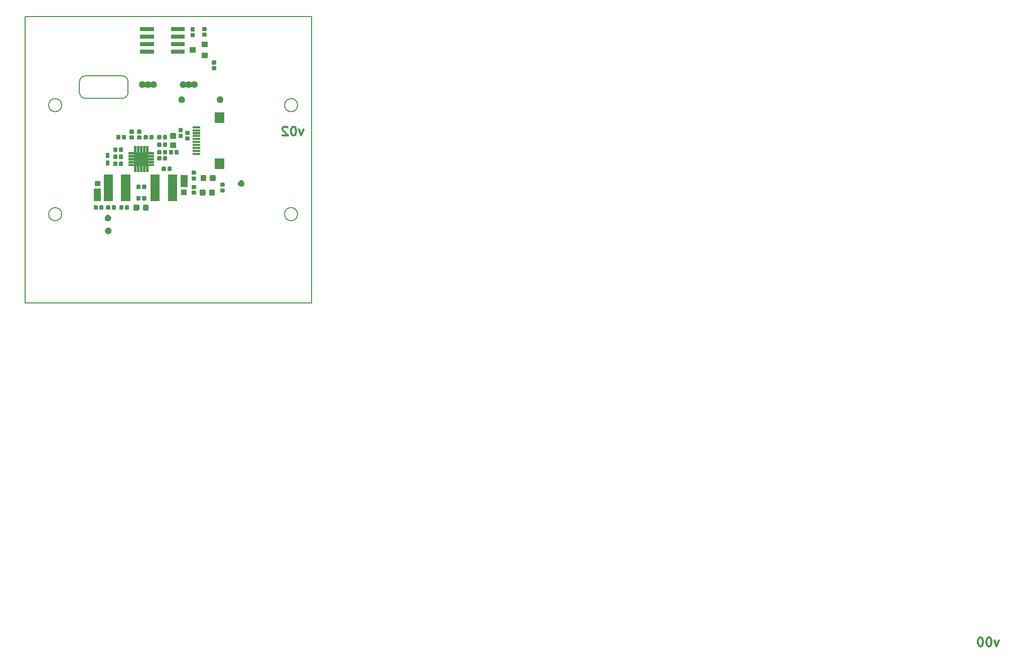
<source format=gbr>
%TF.GenerationSoftware,KiCad,Pcbnew,5.0.2-bee76a0~70~ubuntu18.04.1*%
%TF.CreationDate,2020-02-29T13:32:14-08:00*%
%TF.ProjectId,SolarCellZ_v1,536f6c61-7243-4656-9c6c-5a5f76312e6b,rev?*%
%TF.SameCoordinates,Original*%
%TF.FileFunction,Soldermask,Bot*%
%TF.FilePolarity,Negative*%
%FSLAX46Y46*%
G04 Gerber Fmt 4.6, Leading zero omitted, Abs format (unit mm)*
G04 Created by KiCad (PCBNEW 5.0.2-bee76a0~70~ubuntu18.04.1) date Sat 29 Feb 2020 01:32:14 PM PST*
%MOMM*%
%LPD*%
G01*
G04 APERTURE LIST*
%ADD10C,0.200000*%
%ADD11C,0.300000*%
%ADD12C,0.100000*%
G04 APERTURE END LIST*
D10*
X136007500Y-73391000D02*
G75*
G03X136007500Y-73391000I-1100000J0D01*
G01*
X96207500Y-73391000D02*
G75*
G03X96207500Y-73391000I-1100000J0D01*
G01*
X107407500Y-52841000D02*
G75*
G02X106407500Y-53841000I-1000000J0D01*
G01*
X100207500Y-53841000D02*
G75*
G02X99207500Y-52841000I0J1000000D01*
G01*
X106407500Y-50041000D02*
G75*
G02X107407500Y-51041000I0J-1000000D01*
G01*
X99207500Y-51041000D02*
G75*
G02X100207500Y-50041000I1000000J0D01*
G01*
X96207500Y-54991000D02*
G75*
G03X96207500Y-54991000I-1100000J0D01*
G01*
X106407500Y-50041000D02*
X100207500Y-50041000D01*
X138407500Y-39991000D02*
X138407500Y-88391000D01*
X138407500Y-88391000D02*
X90007500Y-88391000D01*
X90007500Y-88391000D02*
X90007500Y-39991000D01*
X90007500Y-39991000D02*
X138407500Y-39991000D01*
X100207500Y-53841000D02*
X106407500Y-53841000D01*
X136007500Y-54991000D02*
G75*
G03X136007500Y-54991000I-1100000J0D01*
G01*
X107407500Y-52841000D02*
X107407500Y-51041000D01*
X99207500Y-51041000D02*
X99207500Y-52841000D01*
D11*
X136977214Y-59114571D02*
X136620071Y-60114571D01*
X136262928Y-59114571D01*
X135405785Y-58614571D02*
X135262928Y-58614571D01*
X135120071Y-58686000D01*
X135048642Y-58757428D01*
X134977214Y-58900285D01*
X134905785Y-59186000D01*
X134905785Y-59543142D01*
X134977214Y-59828857D01*
X135048642Y-59971714D01*
X135120071Y-60043142D01*
X135262928Y-60114571D01*
X135405785Y-60114571D01*
X135548642Y-60043142D01*
X135620071Y-59971714D01*
X135691500Y-59828857D01*
X135762928Y-59543142D01*
X135762928Y-59186000D01*
X135691500Y-58900285D01*
X135620071Y-58757428D01*
X135548642Y-58686000D01*
X135405785Y-58614571D01*
X134334357Y-58757428D02*
X134262928Y-58686000D01*
X134120071Y-58614571D01*
X133762928Y-58614571D01*
X133620071Y-58686000D01*
X133548642Y-58757428D01*
X133477214Y-58900285D01*
X133477214Y-59043142D01*
X133548642Y-59257428D01*
X134405785Y-60114571D01*
X133477214Y-60114571D01*
X254325214Y-145347571D02*
X253968071Y-146347571D01*
X253610928Y-145347571D01*
X252753785Y-144847571D02*
X252610928Y-144847571D01*
X252468071Y-144919000D01*
X252396642Y-144990428D01*
X252325214Y-145133285D01*
X252253785Y-145419000D01*
X252253785Y-145776142D01*
X252325214Y-146061857D01*
X252396642Y-146204714D01*
X252468071Y-146276142D01*
X252610928Y-146347571D01*
X252753785Y-146347571D01*
X252896642Y-146276142D01*
X252968071Y-146204714D01*
X253039500Y-146061857D01*
X253110928Y-145776142D01*
X253110928Y-145419000D01*
X253039500Y-145133285D01*
X252968071Y-144990428D01*
X252896642Y-144919000D01*
X252753785Y-144847571D01*
X251325214Y-144847571D02*
X251182357Y-144847571D01*
X251039500Y-144919000D01*
X250968071Y-144990428D01*
X250896642Y-145133285D01*
X250825214Y-145419000D01*
X250825214Y-145776142D01*
X250896642Y-146061857D01*
X250968071Y-146204714D01*
X251039500Y-146276142D01*
X251182357Y-146347571D01*
X251325214Y-146347571D01*
X251468071Y-146276142D01*
X251539500Y-146204714D01*
X251610928Y-146061857D01*
X251682357Y-145776142D01*
X251682357Y-145419000D01*
X251610928Y-145133285D01*
X251539500Y-144990428D01*
X251468071Y-144919000D01*
X251325214Y-144847571D01*
D12*
G36*
X104183604Y-75661549D02*
X104236638Y-75672098D01*
X104336547Y-75713482D01*
X104336549Y-75713483D01*
X104426467Y-75773564D01*
X104502936Y-75850033D01*
X104563017Y-75939951D01*
X104604402Y-76039863D01*
X104625500Y-76145928D01*
X104625500Y-76254072D01*
X104604402Y-76360137D01*
X104563017Y-76460049D01*
X104502936Y-76549967D01*
X104426467Y-76626436D01*
X104336549Y-76686517D01*
X104336548Y-76686518D01*
X104336547Y-76686518D01*
X104236638Y-76727902D01*
X104130572Y-76749000D01*
X104022428Y-76749000D01*
X103916362Y-76727902D01*
X103816453Y-76686518D01*
X103816452Y-76686518D01*
X103816451Y-76686517D01*
X103726533Y-76626436D01*
X103650064Y-76549967D01*
X103589983Y-76460049D01*
X103548598Y-76360137D01*
X103527500Y-76254072D01*
X103527500Y-76145928D01*
X103548598Y-76039863D01*
X103589983Y-75939951D01*
X103650064Y-75850033D01*
X103726533Y-75773564D01*
X103816451Y-75713483D01*
X103816453Y-75713482D01*
X103916362Y-75672098D01*
X103969396Y-75661549D01*
X104022428Y-75651000D01*
X104130572Y-75651000D01*
X104183604Y-75661549D01*
X104183604Y-75661549D01*
G37*
G36*
X104120104Y-73502549D02*
X104173138Y-73513098D01*
X104273047Y-73554482D01*
X104273049Y-73554483D01*
X104362967Y-73614564D01*
X104439436Y-73691033D01*
X104499517Y-73780951D01*
X104540902Y-73880863D01*
X104562000Y-73986928D01*
X104562000Y-74095072D01*
X104540902Y-74201137D01*
X104499517Y-74301049D01*
X104439436Y-74390967D01*
X104362967Y-74467436D01*
X104273049Y-74527517D01*
X104273048Y-74527518D01*
X104273047Y-74527518D01*
X104173138Y-74568902D01*
X104120104Y-74579451D01*
X104067072Y-74590000D01*
X103958928Y-74590000D01*
X103905896Y-74579451D01*
X103852862Y-74568902D01*
X103752953Y-74527518D01*
X103752952Y-74527518D01*
X103752951Y-74527517D01*
X103663033Y-74467436D01*
X103586564Y-74390967D01*
X103526483Y-74301049D01*
X103485098Y-74201137D01*
X103464000Y-74095072D01*
X103464000Y-73986928D01*
X103485098Y-73880863D01*
X103526483Y-73780951D01*
X103586564Y-73691033D01*
X103663033Y-73614564D01*
X103752951Y-73554483D01*
X103752953Y-73554482D01*
X103852862Y-73513098D01*
X103905896Y-73502549D01*
X103958928Y-73492000D01*
X104067072Y-73492000D01*
X104120104Y-73502549D01*
X104120104Y-73502549D01*
G37*
G36*
X110699082Y-71743434D02*
X110740026Y-71755854D01*
X110777760Y-71776023D01*
X110810834Y-71803166D01*
X110837977Y-71836240D01*
X110858146Y-71873974D01*
X110870566Y-71914918D01*
X110875000Y-71959936D01*
X110875000Y-72566064D01*
X110870566Y-72611082D01*
X110858146Y-72652026D01*
X110837977Y-72689760D01*
X110810834Y-72722834D01*
X110777760Y-72749977D01*
X110740026Y-72770146D01*
X110699082Y-72782566D01*
X110654064Y-72787000D01*
X110122936Y-72787000D01*
X110077918Y-72782566D01*
X110036974Y-72770146D01*
X109999240Y-72749977D01*
X109966166Y-72722834D01*
X109939023Y-72689760D01*
X109918854Y-72652026D01*
X109906434Y-72611082D01*
X109902000Y-72566064D01*
X109902000Y-71959936D01*
X109906434Y-71914918D01*
X109918854Y-71873974D01*
X109939023Y-71836240D01*
X109966166Y-71803166D01*
X109999240Y-71776023D01*
X110036974Y-71755854D01*
X110077918Y-71743434D01*
X110122936Y-71739000D01*
X110654064Y-71739000D01*
X110699082Y-71743434D01*
X110699082Y-71743434D01*
G37*
G36*
X109124082Y-71743434D02*
X109165026Y-71755854D01*
X109202760Y-71776023D01*
X109235834Y-71803166D01*
X109262977Y-71836240D01*
X109283146Y-71873974D01*
X109295566Y-71914918D01*
X109300000Y-71959936D01*
X109300000Y-72566064D01*
X109295566Y-72611082D01*
X109283146Y-72652026D01*
X109262977Y-72689760D01*
X109235834Y-72722834D01*
X109202760Y-72749977D01*
X109165026Y-72770146D01*
X109124082Y-72782566D01*
X109079064Y-72787000D01*
X108547936Y-72787000D01*
X108502918Y-72782566D01*
X108461974Y-72770146D01*
X108424240Y-72749977D01*
X108391166Y-72722834D01*
X108364023Y-72689760D01*
X108343854Y-72652026D01*
X108331434Y-72611082D01*
X108327000Y-72566064D01*
X108327000Y-71959936D01*
X108331434Y-71914918D01*
X108343854Y-71873974D01*
X108364023Y-71836240D01*
X108391166Y-71803166D01*
X108424240Y-71776023D01*
X108461974Y-71755854D01*
X108502918Y-71743434D01*
X108547936Y-71739000D01*
X109079064Y-71739000D01*
X109124082Y-71743434D01*
X109124082Y-71743434D01*
G37*
G36*
X107453933Y-71897064D02*
X107481508Y-71905430D01*
X107506922Y-71919014D01*
X107529202Y-71937298D01*
X107547486Y-71959578D01*
X107561070Y-71984992D01*
X107569436Y-72012567D01*
X107572500Y-72043684D01*
X107572500Y-72482316D01*
X107569436Y-72513433D01*
X107561070Y-72541008D01*
X107547486Y-72566422D01*
X107529202Y-72588702D01*
X107506922Y-72606986D01*
X107481508Y-72620570D01*
X107453933Y-72628936D01*
X107422816Y-72632000D01*
X107034184Y-72632000D01*
X107003067Y-72628936D01*
X106975492Y-72620570D01*
X106950078Y-72606986D01*
X106927798Y-72588702D01*
X106909514Y-72566422D01*
X106895930Y-72541008D01*
X106887564Y-72513433D01*
X106884500Y-72482316D01*
X106884500Y-72043684D01*
X106887564Y-72012567D01*
X106895930Y-71984992D01*
X106909514Y-71959578D01*
X106927798Y-71937298D01*
X106950078Y-71919014D01*
X106975492Y-71905430D01*
X107003067Y-71897064D01*
X107034184Y-71894000D01*
X107422816Y-71894000D01*
X107453933Y-71897064D01*
X107453933Y-71897064D01*
G37*
G36*
X102165933Y-71897064D02*
X102193508Y-71905430D01*
X102218922Y-71919014D01*
X102241202Y-71937298D01*
X102259486Y-71959578D01*
X102273070Y-71984992D01*
X102281436Y-72012567D01*
X102284500Y-72043684D01*
X102284500Y-72482316D01*
X102281436Y-72513433D01*
X102273070Y-72541008D01*
X102259486Y-72566422D01*
X102241202Y-72588702D01*
X102218922Y-72606986D01*
X102193508Y-72620570D01*
X102165933Y-72628936D01*
X102134816Y-72632000D01*
X101746184Y-72632000D01*
X101715067Y-72628936D01*
X101687492Y-72620570D01*
X101662078Y-72606986D01*
X101639798Y-72588702D01*
X101621514Y-72566422D01*
X101607930Y-72541008D01*
X101599564Y-72513433D01*
X101596500Y-72482316D01*
X101596500Y-72043684D01*
X101599564Y-72012567D01*
X101607930Y-71984992D01*
X101621514Y-71959578D01*
X101639798Y-71937298D01*
X101662078Y-71919014D01*
X101687492Y-71905430D01*
X101715067Y-71897064D01*
X101746184Y-71894000D01*
X102134816Y-71894000D01*
X102165933Y-71897064D01*
X102165933Y-71897064D01*
G37*
G36*
X103135933Y-71897064D02*
X103163508Y-71905430D01*
X103188922Y-71919014D01*
X103211202Y-71937298D01*
X103229486Y-71959578D01*
X103243070Y-71984992D01*
X103251436Y-72012567D01*
X103254500Y-72043684D01*
X103254500Y-72482316D01*
X103251436Y-72513433D01*
X103243070Y-72541008D01*
X103229486Y-72566422D01*
X103211202Y-72588702D01*
X103188922Y-72606986D01*
X103163508Y-72620570D01*
X103135933Y-72628936D01*
X103104816Y-72632000D01*
X102716184Y-72632000D01*
X102685067Y-72628936D01*
X102657492Y-72620570D01*
X102632078Y-72606986D01*
X102609798Y-72588702D01*
X102591514Y-72566422D01*
X102577930Y-72541008D01*
X102569564Y-72513433D01*
X102566500Y-72482316D01*
X102566500Y-72043684D01*
X102569564Y-72012567D01*
X102577930Y-71984992D01*
X102591514Y-71959578D01*
X102609798Y-71937298D01*
X102632078Y-71919014D01*
X102657492Y-71905430D01*
X102685067Y-71897064D01*
X102716184Y-71894000D01*
X103104816Y-71894000D01*
X103135933Y-71897064D01*
X103135933Y-71897064D01*
G37*
G36*
X104261433Y-71897064D02*
X104289008Y-71905430D01*
X104314422Y-71919014D01*
X104336702Y-71937298D01*
X104354986Y-71959578D01*
X104368570Y-71984992D01*
X104376936Y-72012567D01*
X104380000Y-72043684D01*
X104380000Y-72482316D01*
X104376936Y-72513433D01*
X104368570Y-72541008D01*
X104354986Y-72566422D01*
X104336702Y-72588702D01*
X104314422Y-72606986D01*
X104289008Y-72620570D01*
X104261433Y-72628936D01*
X104230316Y-72632000D01*
X103841684Y-72632000D01*
X103810567Y-72628936D01*
X103782992Y-72620570D01*
X103757578Y-72606986D01*
X103735298Y-72588702D01*
X103717014Y-72566422D01*
X103703430Y-72541008D01*
X103695064Y-72513433D01*
X103692000Y-72482316D01*
X103692000Y-72043684D01*
X103695064Y-72012567D01*
X103703430Y-71984992D01*
X103717014Y-71959578D01*
X103735298Y-71937298D01*
X103757578Y-71919014D01*
X103782992Y-71905430D01*
X103810567Y-71897064D01*
X103841684Y-71894000D01*
X104230316Y-71894000D01*
X104261433Y-71897064D01*
X104261433Y-71897064D01*
G37*
G36*
X106483933Y-71897064D02*
X106511508Y-71905430D01*
X106536922Y-71919014D01*
X106559202Y-71937298D01*
X106577486Y-71959578D01*
X106591070Y-71984992D01*
X106599436Y-72012567D01*
X106602500Y-72043684D01*
X106602500Y-72482316D01*
X106599436Y-72513433D01*
X106591070Y-72541008D01*
X106577486Y-72566422D01*
X106559202Y-72588702D01*
X106536922Y-72606986D01*
X106511508Y-72620570D01*
X106483933Y-72628936D01*
X106452816Y-72632000D01*
X106064184Y-72632000D01*
X106033067Y-72628936D01*
X106005492Y-72620570D01*
X105980078Y-72606986D01*
X105957798Y-72588702D01*
X105939514Y-72566422D01*
X105925930Y-72541008D01*
X105917564Y-72513433D01*
X105914500Y-72482316D01*
X105914500Y-72043684D01*
X105917564Y-72012567D01*
X105925930Y-71984992D01*
X105939514Y-71959578D01*
X105957798Y-71937298D01*
X105980078Y-71919014D01*
X106005492Y-71905430D01*
X106033067Y-71897064D01*
X106064184Y-71894000D01*
X106452816Y-71894000D01*
X106483933Y-71897064D01*
X106483933Y-71897064D01*
G37*
G36*
X105231433Y-71897064D02*
X105259008Y-71905430D01*
X105284422Y-71919014D01*
X105306702Y-71937298D01*
X105324986Y-71959578D01*
X105338570Y-71984992D01*
X105346936Y-72012567D01*
X105350000Y-72043684D01*
X105350000Y-72482316D01*
X105346936Y-72513433D01*
X105338570Y-72541008D01*
X105324986Y-72566422D01*
X105306702Y-72588702D01*
X105284422Y-72606986D01*
X105259008Y-72620570D01*
X105231433Y-72628936D01*
X105200316Y-72632000D01*
X104811684Y-72632000D01*
X104780567Y-72628936D01*
X104752992Y-72620570D01*
X104727578Y-72606986D01*
X104705298Y-72588702D01*
X104687014Y-72566422D01*
X104673430Y-72541008D01*
X104665064Y-72513433D01*
X104662000Y-72482316D01*
X104662000Y-72043684D01*
X104665064Y-72012567D01*
X104673430Y-71984992D01*
X104687014Y-71959578D01*
X104705298Y-71937298D01*
X104727578Y-71919014D01*
X104752992Y-71905430D01*
X104780567Y-71897064D01*
X104811684Y-71894000D01*
X105200316Y-71894000D01*
X105231433Y-71897064D01*
X105231433Y-71897064D01*
G37*
G36*
X107797600Y-71221600D02*
X106235500Y-71221600D01*
X106235500Y-66700400D01*
X107797600Y-66700400D01*
X107797600Y-71221600D01*
X107797600Y-71221600D01*
G37*
G36*
X104838500Y-71221600D02*
X103276400Y-71221600D01*
X103276400Y-66700400D01*
X104838500Y-66700400D01*
X104838500Y-71221600D01*
X104838500Y-71221600D01*
G37*
G36*
X112727740Y-71188580D02*
X111165640Y-71188580D01*
X111165640Y-66667380D01*
X112727740Y-66667380D01*
X112727740Y-71188580D01*
X112727740Y-71188580D01*
G37*
G36*
X115686840Y-71188580D02*
X114124740Y-71188580D01*
X114124740Y-66667380D01*
X115686840Y-66667380D01*
X115686840Y-71188580D01*
X115686840Y-71188580D01*
G37*
G36*
X102834000Y-71168000D02*
X101636000Y-71168000D01*
X101636000Y-69070000D01*
X102834000Y-69070000D01*
X102834000Y-71168000D01*
X102834000Y-71168000D01*
G37*
G36*
X109384593Y-70336720D02*
X109412168Y-70345086D01*
X109437582Y-70358670D01*
X109459862Y-70376954D01*
X109478146Y-70399234D01*
X109491730Y-70424648D01*
X109500096Y-70452223D01*
X109503160Y-70483340D01*
X109503160Y-70921972D01*
X109500096Y-70953089D01*
X109491730Y-70980664D01*
X109478146Y-71006078D01*
X109459862Y-71028358D01*
X109437582Y-71046642D01*
X109412168Y-71060226D01*
X109384593Y-71068592D01*
X109353476Y-71071656D01*
X108964844Y-71071656D01*
X108933727Y-71068592D01*
X108906152Y-71060226D01*
X108880738Y-71046642D01*
X108858458Y-71028358D01*
X108840174Y-71006078D01*
X108826590Y-70980664D01*
X108818224Y-70953089D01*
X108815160Y-70921972D01*
X108815160Y-70483340D01*
X108818224Y-70452223D01*
X108826590Y-70424648D01*
X108840174Y-70399234D01*
X108858458Y-70376954D01*
X108880738Y-70358670D01*
X108906152Y-70345086D01*
X108933727Y-70336720D01*
X108964844Y-70333656D01*
X109353476Y-70333656D01*
X109384593Y-70336720D01*
X109384593Y-70336720D01*
G37*
G36*
X110354593Y-70336720D02*
X110382168Y-70345086D01*
X110407582Y-70358670D01*
X110429862Y-70376954D01*
X110448146Y-70399234D01*
X110461730Y-70424648D01*
X110470096Y-70452223D01*
X110473160Y-70483340D01*
X110473160Y-70921972D01*
X110470096Y-70953089D01*
X110461730Y-70980664D01*
X110448146Y-71006078D01*
X110429862Y-71028358D01*
X110407582Y-71046642D01*
X110382168Y-71060226D01*
X110354593Y-71068592D01*
X110323476Y-71071656D01*
X109934844Y-71071656D01*
X109903727Y-71068592D01*
X109876152Y-71060226D01*
X109850738Y-71046642D01*
X109828458Y-71028358D01*
X109810174Y-71006078D01*
X109796590Y-70980664D01*
X109788224Y-70953089D01*
X109785160Y-70921972D01*
X109785160Y-70483340D01*
X109788224Y-70452223D01*
X109796590Y-70424648D01*
X109810174Y-70399234D01*
X109828458Y-70376954D01*
X109850738Y-70358670D01*
X109876152Y-70345086D01*
X109903727Y-70336720D01*
X109934844Y-70333656D01*
X110323476Y-70333656D01*
X110354593Y-70336720D01*
X110354593Y-70336720D01*
G37*
G36*
X121875082Y-69203434D02*
X121916026Y-69215854D01*
X121953760Y-69236023D01*
X121986834Y-69263166D01*
X122013977Y-69296240D01*
X122034146Y-69333974D01*
X122046566Y-69374918D01*
X122051000Y-69419936D01*
X122051000Y-70026064D01*
X122046566Y-70071082D01*
X122034146Y-70112026D01*
X122013977Y-70149760D01*
X121986834Y-70182834D01*
X121953760Y-70209977D01*
X121916026Y-70230146D01*
X121875082Y-70242566D01*
X121830064Y-70247000D01*
X121298936Y-70247000D01*
X121253918Y-70242566D01*
X121212974Y-70230146D01*
X121175240Y-70209977D01*
X121142166Y-70182834D01*
X121115023Y-70149760D01*
X121094854Y-70112026D01*
X121082434Y-70071082D01*
X121078000Y-70026064D01*
X121078000Y-69419936D01*
X121082434Y-69374918D01*
X121094854Y-69333974D01*
X121115023Y-69296240D01*
X121142166Y-69263166D01*
X121175240Y-69236023D01*
X121212974Y-69215854D01*
X121253918Y-69203434D01*
X121298936Y-69199000D01*
X121830064Y-69199000D01*
X121875082Y-69203434D01*
X121875082Y-69203434D01*
G37*
G36*
X120300082Y-69203434D02*
X120341026Y-69215854D01*
X120378760Y-69236023D01*
X120411834Y-69263166D01*
X120438977Y-69296240D01*
X120459146Y-69333974D01*
X120471566Y-69374918D01*
X120476000Y-69419936D01*
X120476000Y-70026064D01*
X120471566Y-70071082D01*
X120459146Y-70112026D01*
X120438977Y-70149760D01*
X120411834Y-70182834D01*
X120378760Y-70209977D01*
X120341026Y-70230146D01*
X120300082Y-70242566D01*
X120255064Y-70247000D01*
X119723936Y-70247000D01*
X119678918Y-70242566D01*
X119637974Y-70230146D01*
X119600240Y-70209977D01*
X119567166Y-70182834D01*
X119540023Y-70149760D01*
X119519854Y-70112026D01*
X119507434Y-70071082D01*
X119503000Y-70026064D01*
X119503000Y-69419936D01*
X119507434Y-69374918D01*
X119519854Y-69333974D01*
X119540023Y-69296240D01*
X119567166Y-69263166D01*
X119600240Y-69236023D01*
X119637974Y-69215854D01*
X119678918Y-69203434D01*
X119723936Y-69199000D01*
X120255064Y-69199000D01*
X120300082Y-69203434D01*
X120300082Y-69203434D01*
G37*
G36*
X117289000Y-70152000D02*
X116391000Y-70152000D01*
X116391000Y-69254000D01*
X117289000Y-69254000D01*
X117289000Y-70152000D01*
X117289000Y-70152000D01*
G37*
G36*
X118741433Y-69422564D02*
X118769008Y-69430930D01*
X118794422Y-69444514D01*
X118816702Y-69462798D01*
X118834986Y-69485078D01*
X118848570Y-69510492D01*
X118856936Y-69538067D01*
X118860000Y-69569184D01*
X118860000Y-69957816D01*
X118856936Y-69988933D01*
X118848570Y-70016508D01*
X118834986Y-70041922D01*
X118816702Y-70064202D01*
X118794422Y-70082486D01*
X118769008Y-70096070D01*
X118741433Y-70104436D01*
X118710316Y-70107500D01*
X118271684Y-70107500D01*
X118240567Y-70104436D01*
X118212992Y-70096070D01*
X118187578Y-70082486D01*
X118165298Y-70064202D01*
X118147014Y-70041922D01*
X118133430Y-70016508D01*
X118125064Y-69988933D01*
X118122000Y-69957816D01*
X118122000Y-69569184D01*
X118125064Y-69538067D01*
X118133430Y-69510492D01*
X118147014Y-69485078D01*
X118165298Y-69462798D01*
X118187578Y-69444514D01*
X118212992Y-69430930D01*
X118240567Y-69422564D01*
X118271684Y-69419500D01*
X118710316Y-69419500D01*
X118741433Y-69422564D01*
X118741433Y-69422564D01*
G37*
G36*
X123567433Y-69041564D02*
X123595008Y-69049930D01*
X123620422Y-69063514D01*
X123642702Y-69081798D01*
X123660986Y-69104078D01*
X123674570Y-69129492D01*
X123682936Y-69157067D01*
X123686000Y-69188184D01*
X123686000Y-69576816D01*
X123682936Y-69607933D01*
X123674570Y-69635508D01*
X123660986Y-69660922D01*
X123642702Y-69683202D01*
X123620422Y-69701486D01*
X123595008Y-69715070D01*
X123567433Y-69723436D01*
X123536316Y-69726500D01*
X123097684Y-69726500D01*
X123066567Y-69723436D01*
X123038992Y-69715070D01*
X123013578Y-69701486D01*
X122991298Y-69683202D01*
X122973014Y-69660922D01*
X122959430Y-69635508D01*
X122951064Y-69607933D01*
X122948000Y-69576816D01*
X122948000Y-69188184D01*
X122951064Y-69157067D01*
X122959430Y-69129492D01*
X122973014Y-69104078D01*
X122991298Y-69081798D01*
X123013578Y-69063514D01*
X123038992Y-69049930D01*
X123066567Y-69041564D01*
X123097684Y-69038500D01*
X123536316Y-69038500D01*
X123567433Y-69041564D01*
X123567433Y-69041564D01*
G37*
G36*
X110354593Y-68404564D02*
X110382168Y-68412930D01*
X110407582Y-68426514D01*
X110429862Y-68444798D01*
X110448146Y-68467078D01*
X110461730Y-68492492D01*
X110470096Y-68520067D01*
X110473160Y-68551184D01*
X110473160Y-68989816D01*
X110470096Y-69020933D01*
X110461730Y-69048508D01*
X110448146Y-69073922D01*
X110429862Y-69096202D01*
X110407582Y-69114486D01*
X110382168Y-69128070D01*
X110354593Y-69136436D01*
X110323476Y-69139500D01*
X109934844Y-69139500D01*
X109903727Y-69136436D01*
X109876152Y-69128070D01*
X109850738Y-69114486D01*
X109828458Y-69096202D01*
X109810174Y-69073922D01*
X109796590Y-69048508D01*
X109788224Y-69020933D01*
X109785160Y-68989816D01*
X109785160Y-68551184D01*
X109788224Y-68520067D01*
X109796590Y-68492492D01*
X109810174Y-68467078D01*
X109828458Y-68444798D01*
X109850738Y-68426514D01*
X109876152Y-68412930D01*
X109903727Y-68404564D01*
X109934844Y-68401500D01*
X110323476Y-68401500D01*
X110354593Y-68404564D01*
X110354593Y-68404564D01*
G37*
G36*
X109384593Y-68404564D02*
X109412168Y-68412930D01*
X109437582Y-68426514D01*
X109459862Y-68444798D01*
X109478146Y-68467078D01*
X109491730Y-68492492D01*
X109500096Y-68520067D01*
X109503160Y-68551184D01*
X109503160Y-68989816D01*
X109500096Y-69020933D01*
X109491730Y-69048508D01*
X109478146Y-69073922D01*
X109459862Y-69096202D01*
X109437582Y-69114486D01*
X109412168Y-69128070D01*
X109384593Y-69136436D01*
X109353476Y-69139500D01*
X108964844Y-69139500D01*
X108933727Y-69136436D01*
X108906152Y-69128070D01*
X108880738Y-69114486D01*
X108858458Y-69096202D01*
X108840174Y-69073922D01*
X108826590Y-69048508D01*
X108818224Y-69020933D01*
X108815160Y-68989816D01*
X108815160Y-68551184D01*
X108818224Y-68520067D01*
X108826590Y-68492492D01*
X108840174Y-68467078D01*
X108858458Y-68444798D01*
X108880738Y-68426514D01*
X108906152Y-68412930D01*
X108933727Y-68404564D01*
X108964844Y-68401500D01*
X109353476Y-68401500D01*
X109384593Y-68404564D01*
X109384593Y-68404564D01*
G37*
G36*
X118741433Y-68452564D02*
X118769008Y-68460930D01*
X118794422Y-68474514D01*
X118816702Y-68492798D01*
X118834986Y-68515078D01*
X118848570Y-68540492D01*
X118856936Y-68568067D01*
X118860000Y-68599184D01*
X118860000Y-68987816D01*
X118856936Y-69018933D01*
X118848570Y-69046508D01*
X118834986Y-69071922D01*
X118816702Y-69094202D01*
X118794422Y-69112486D01*
X118769008Y-69126070D01*
X118741433Y-69134436D01*
X118710316Y-69137500D01*
X118271684Y-69137500D01*
X118240567Y-69134436D01*
X118212992Y-69126070D01*
X118187578Y-69112486D01*
X118165298Y-69094202D01*
X118147014Y-69071922D01*
X118133430Y-69046508D01*
X118125064Y-69018933D01*
X118122000Y-68987816D01*
X118122000Y-68599184D01*
X118125064Y-68568067D01*
X118133430Y-68540492D01*
X118147014Y-68515078D01*
X118165298Y-68492798D01*
X118187578Y-68474514D01*
X118212992Y-68460930D01*
X118240567Y-68452564D01*
X118271684Y-68449500D01*
X118710316Y-68449500D01*
X118741433Y-68452564D01*
X118741433Y-68452564D01*
G37*
G36*
X117439000Y-68852000D02*
X116241000Y-68852000D01*
X116241000Y-66754000D01*
X117439000Y-66754000D01*
X117439000Y-68852000D01*
X117439000Y-68852000D01*
G37*
G36*
X123567433Y-68071564D02*
X123595008Y-68079930D01*
X123620422Y-68093514D01*
X123642702Y-68111798D01*
X123660986Y-68134078D01*
X123674570Y-68159492D01*
X123682936Y-68187067D01*
X123686000Y-68218184D01*
X123686000Y-68606816D01*
X123682936Y-68637933D01*
X123674570Y-68665508D01*
X123660986Y-68690922D01*
X123642702Y-68713202D01*
X123620422Y-68731486D01*
X123595008Y-68745070D01*
X123567433Y-68753436D01*
X123536316Y-68756500D01*
X123097684Y-68756500D01*
X123066567Y-68753436D01*
X123038992Y-68745070D01*
X123013578Y-68731486D01*
X122991298Y-68713202D01*
X122973014Y-68690922D01*
X122959430Y-68665508D01*
X122951064Y-68637933D01*
X122948000Y-68606816D01*
X122948000Y-68218184D01*
X122951064Y-68187067D01*
X122959430Y-68159492D01*
X122973014Y-68134078D01*
X122991298Y-68111798D01*
X123013578Y-68093514D01*
X123038992Y-68079930D01*
X123066567Y-68071564D01*
X123097684Y-68068500D01*
X123536316Y-68068500D01*
X123567433Y-68071564D01*
X123567433Y-68071564D01*
G37*
G36*
X126586702Y-67658082D02*
X126652138Y-67671098D01*
X126752047Y-67712482D01*
X126752049Y-67712483D01*
X126841967Y-67772564D01*
X126918435Y-67849032D01*
X126978518Y-67938953D01*
X127019902Y-68038862D01*
X127041000Y-68144929D01*
X127041000Y-68253071D01*
X127019902Y-68359138D01*
X126978518Y-68459047D01*
X126978517Y-68459049D01*
X126918436Y-68548967D01*
X126841967Y-68625436D01*
X126752049Y-68685517D01*
X126752048Y-68685518D01*
X126752047Y-68685518D01*
X126652138Y-68726902D01*
X126599104Y-68737451D01*
X126546072Y-68748000D01*
X126437928Y-68748000D01*
X126384896Y-68737451D01*
X126331862Y-68726902D01*
X126231953Y-68685518D01*
X126231952Y-68685518D01*
X126231951Y-68685517D01*
X126142033Y-68625436D01*
X126065564Y-68548967D01*
X126005483Y-68459049D01*
X126005482Y-68459047D01*
X125964098Y-68359138D01*
X125943000Y-68253071D01*
X125943000Y-68144929D01*
X125964098Y-68038862D01*
X126005482Y-67938953D01*
X126065565Y-67849032D01*
X126142033Y-67772564D01*
X126231951Y-67712483D01*
X126231953Y-67712482D01*
X126331862Y-67671098D01*
X126397298Y-67658082D01*
X126437928Y-67650000D01*
X126546072Y-67650000D01*
X126586702Y-67658082D01*
X126586702Y-67658082D01*
G37*
G36*
X102684000Y-68668000D02*
X101786000Y-68668000D01*
X101786000Y-67770000D01*
X102684000Y-67770000D01*
X102684000Y-68668000D01*
X102684000Y-68668000D01*
G37*
G36*
X120427082Y-66790434D02*
X120468026Y-66802854D01*
X120505760Y-66823023D01*
X120538834Y-66850166D01*
X120565977Y-66883240D01*
X120586146Y-66920974D01*
X120598566Y-66961918D01*
X120603000Y-67006936D01*
X120603000Y-67613064D01*
X120598566Y-67658082D01*
X120586146Y-67699026D01*
X120565977Y-67736760D01*
X120538834Y-67769834D01*
X120505760Y-67796977D01*
X120468026Y-67817146D01*
X120427082Y-67829566D01*
X120382064Y-67834000D01*
X119850936Y-67834000D01*
X119805918Y-67829566D01*
X119764974Y-67817146D01*
X119727240Y-67796977D01*
X119694166Y-67769834D01*
X119667023Y-67736760D01*
X119646854Y-67699026D01*
X119634434Y-67658082D01*
X119630000Y-67613064D01*
X119630000Y-67006936D01*
X119634434Y-66961918D01*
X119646854Y-66920974D01*
X119667023Y-66883240D01*
X119694166Y-66850166D01*
X119727240Y-66823023D01*
X119764974Y-66802854D01*
X119805918Y-66790434D01*
X119850936Y-66786000D01*
X120382064Y-66786000D01*
X120427082Y-66790434D01*
X120427082Y-66790434D01*
G37*
G36*
X122002082Y-66790434D02*
X122043026Y-66802854D01*
X122080760Y-66823023D01*
X122113834Y-66850166D01*
X122140977Y-66883240D01*
X122161146Y-66920974D01*
X122173566Y-66961918D01*
X122178000Y-67006936D01*
X122178000Y-67613064D01*
X122173566Y-67658082D01*
X122161146Y-67699026D01*
X122140977Y-67736760D01*
X122113834Y-67769834D01*
X122080760Y-67796977D01*
X122043026Y-67817146D01*
X122002082Y-67829566D01*
X121957064Y-67834000D01*
X121425936Y-67834000D01*
X121380918Y-67829566D01*
X121339974Y-67817146D01*
X121302240Y-67796977D01*
X121269166Y-67769834D01*
X121242023Y-67736760D01*
X121221854Y-67699026D01*
X121209434Y-67658082D01*
X121205000Y-67613064D01*
X121205000Y-67006936D01*
X121209434Y-66961918D01*
X121221854Y-66920974D01*
X121242023Y-66883240D01*
X121269166Y-66850166D01*
X121302240Y-66823023D01*
X121339974Y-66802854D01*
X121380918Y-66790434D01*
X121425936Y-66786000D01*
X121957064Y-66786000D01*
X122002082Y-66790434D01*
X122002082Y-66790434D01*
G37*
G36*
X118741433Y-67009564D02*
X118769008Y-67017930D01*
X118794422Y-67031514D01*
X118816702Y-67049798D01*
X118834986Y-67072078D01*
X118848570Y-67097492D01*
X118856936Y-67125067D01*
X118860000Y-67156184D01*
X118860000Y-67544816D01*
X118856936Y-67575933D01*
X118848570Y-67603508D01*
X118834986Y-67628922D01*
X118816702Y-67651202D01*
X118794422Y-67669486D01*
X118769008Y-67683070D01*
X118741433Y-67691436D01*
X118710316Y-67694500D01*
X118271684Y-67694500D01*
X118240567Y-67691436D01*
X118212992Y-67683070D01*
X118187578Y-67669486D01*
X118165298Y-67651202D01*
X118147014Y-67628922D01*
X118133430Y-67603508D01*
X118125064Y-67575933D01*
X118122000Y-67544816D01*
X118122000Y-67156184D01*
X118125064Y-67125067D01*
X118133430Y-67097492D01*
X118147014Y-67072078D01*
X118165298Y-67049798D01*
X118187578Y-67031514D01*
X118212992Y-67017930D01*
X118240567Y-67009564D01*
X118271684Y-67006500D01*
X118710316Y-67006500D01*
X118741433Y-67009564D01*
X118741433Y-67009564D01*
G37*
G36*
X118741433Y-66039564D02*
X118769008Y-66047930D01*
X118794422Y-66061514D01*
X118816702Y-66079798D01*
X118834986Y-66102078D01*
X118848570Y-66127492D01*
X118856936Y-66155067D01*
X118860000Y-66186184D01*
X118860000Y-66574816D01*
X118856936Y-66605933D01*
X118848570Y-66633508D01*
X118834986Y-66658922D01*
X118816702Y-66681202D01*
X118794422Y-66699486D01*
X118769008Y-66713070D01*
X118741433Y-66721436D01*
X118710316Y-66724500D01*
X118271684Y-66724500D01*
X118240567Y-66721436D01*
X118212992Y-66713070D01*
X118187578Y-66699486D01*
X118165298Y-66681202D01*
X118147014Y-66658922D01*
X118133430Y-66633508D01*
X118125064Y-66605933D01*
X118122000Y-66574816D01*
X118122000Y-66186184D01*
X118125064Y-66155067D01*
X118133430Y-66127492D01*
X118147014Y-66102078D01*
X118165298Y-66079798D01*
X118187578Y-66061514D01*
X118212992Y-66047930D01*
X118240567Y-66039564D01*
X118271684Y-66036500D01*
X118710316Y-66036500D01*
X118741433Y-66039564D01*
X118741433Y-66039564D01*
G37*
G36*
X108823160Y-62925156D02*
X108824111Y-62934813D01*
X108826928Y-62944099D01*
X108831502Y-62952657D01*
X108837658Y-62960158D01*
X108845159Y-62966314D01*
X108853717Y-62970888D01*
X108863003Y-62973705D01*
X108872660Y-62974656D01*
X108875660Y-62974656D01*
X108885317Y-62973705D01*
X108894603Y-62970888D01*
X108903161Y-62966314D01*
X108910662Y-62960158D01*
X108916818Y-62952657D01*
X108921392Y-62944099D01*
X108924209Y-62934813D01*
X108925160Y-62925156D01*
X108925160Y-61899656D01*
X109323160Y-61899656D01*
X109323160Y-62925156D01*
X109324111Y-62934813D01*
X109326928Y-62944099D01*
X109331502Y-62952657D01*
X109337658Y-62960158D01*
X109345159Y-62966314D01*
X109353717Y-62970888D01*
X109363003Y-62973705D01*
X109372660Y-62974656D01*
X109375660Y-62974656D01*
X109385317Y-62973705D01*
X109394603Y-62970888D01*
X109403161Y-62966314D01*
X109410662Y-62960158D01*
X109416818Y-62952657D01*
X109421392Y-62944099D01*
X109424209Y-62934813D01*
X109425160Y-62925156D01*
X109425160Y-61899656D01*
X109823160Y-61899656D01*
X109823160Y-62925156D01*
X109824111Y-62934813D01*
X109826928Y-62944099D01*
X109831502Y-62952657D01*
X109837658Y-62960158D01*
X109845159Y-62966314D01*
X109853717Y-62970888D01*
X109863003Y-62973705D01*
X109872660Y-62974656D01*
X109875660Y-62974656D01*
X109885317Y-62973705D01*
X109894603Y-62970888D01*
X109903161Y-62966314D01*
X109910662Y-62960158D01*
X109916818Y-62952657D01*
X109921392Y-62944099D01*
X109924209Y-62934813D01*
X109925160Y-62925156D01*
X109925160Y-61899656D01*
X110323160Y-61899656D01*
X110323160Y-62925156D01*
X110324111Y-62934813D01*
X110326928Y-62944099D01*
X110331502Y-62952657D01*
X110337658Y-62960158D01*
X110345159Y-62966314D01*
X110353717Y-62970888D01*
X110363003Y-62973705D01*
X110372660Y-62974656D01*
X110375660Y-62974656D01*
X110385317Y-62973705D01*
X110394603Y-62970888D01*
X110403161Y-62966314D01*
X110410662Y-62960158D01*
X110416818Y-62952657D01*
X110421392Y-62944099D01*
X110424209Y-62934813D01*
X110425160Y-62925156D01*
X110425160Y-61899656D01*
X110823160Y-61899656D01*
X110823160Y-62850156D01*
X110824111Y-62859813D01*
X110826928Y-62869099D01*
X110831502Y-62877657D01*
X110837658Y-62885158D01*
X110845159Y-62891314D01*
X110853717Y-62895888D01*
X110863003Y-62898705D01*
X110872660Y-62899656D01*
X111823160Y-62899656D01*
X111823160Y-63297656D01*
X110797660Y-63297656D01*
X110788003Y-63298607D01*
X110778717Y-63301424D01*
X110770159Y-63305998D01*
X110762658Y-63312154D01*
X110756502Y-63319655D01*
X110751928Y-63328213D01*
X110749111Y-63337499D01*
X110748160Y-63347156D01*
X110748160Y-63350156D01*
X110749111Y-63359813D01*
X110751928Y-63369099D01*
X110756502Y-63377657D01*
X110762658Y-63385158D01*
X110770159Y-63391314D01*
X110778717Y-63395888D01*
X110788003Y-63398705D01*
X110797660Y-63399656D01*
X111823160Y-63399656D01*
X111823160Y-63797656D01*
X110797660Y-63797656D01*
X110788003Y-63798607D01*
X110778717Y-63801424D01*
X110770159Y-63805998D01*
X110762658Y-63812154D01*
X110756502Y-63819655D01*
X110751928Y-63828213D01*
X110749111Y-63837499D01*
X110748160Y-63847156D01*
X110748160Y-63850156D01*
X110749111Y-63859813D01*
X110751928Y-63869099D01*
X110756502Y-63877657D01*
X110762658Y-63885158D01*
X110770159Y-63891314D01*
X110778717Y-63895888D01*
X110788003Y-63898705D01*
X110797660Y-63899656D01*
X111823160Y-63899656D01*
X111823160Y-64297656D01*
X110797660Y-64297656D01*
X110788003Y-64298607D01*
X110778717Y-64301424D01*
X110770159Y-64305998D01*
X110762658Y-64312154D01*
X110756502Y-64319655D01*
X110751928Y-64328213D01*
X110749111Y-64337499D01*
X110748160Y-64347156D01*
X110748160Y-64350156D01*
X110749111Y-64359813D01*
X110751928Y-64369099D01*
X110756502Y-64377657D01*
X110762658Y-64385158D01*
X110770159Y-64391314D01*
X110778717Y-64395888D01*
X110788003Y-64398705D01*
X110797660Y-64399656D01*
X111823160Y-64399656D01*
X111823160Y-64797656D01*
X110797660Y-64797656D01*
X110788003Y-64798607D01*
X110778717Y-64801424D01*
X110770159Y-64805998D01*
X110762658Y-64812154D01*
X110756502Y-64819655D01*
X110751928Y-64828213D01*
X110749111Y-64837499D01*
X110748160Y-64847156D01*
X110748160Y-64850156D01*
X110749111Y-64859813D01*
X110751928Y-64869099D01*
X110756502Y-64877657D01*
X110762658Y-64885158D01*
X110770159Y-64891314D01*
X110778717Y-64895888D01*
X110788003Y-64898705D01*
X110797660Y-64899656D01*
X111823160Y-64899656D01*
X111823160Y-65297656D01*
X110872660Y-65297656D01*
X110863003Y-65298607D01*
X110853717Y-65301424D01*
X110845159Y-65305998D01*
X110837658Y-65312154D01*
X110831502Y-65319655D01*
X110826928Y-65328213D01*
X110824111Y-65337499D01*
X110823160Y-65347156D01*
X110823160Y-66297656D01*
X110425160Y-66297656D01*
X110425160Y-65272156D01*
X110424209Y-65262499D01*
X110421392Y-65253213D01*
X110416818Y-65244655D01*
X110410662Y-65237154D01*
X110403161Y-65230998D01*
X110394603Y-65226424D01*
X110385317Y-65223607D01*
X110375660Y-65222656D01*
X110372660Y-65222656D01*
X110363003Y-65223607D01*
X110353717Y-65226424D01*
X110345159Y-65230998D01*
X110337658Y-65237154D01*
X110331502Y-65244655D01*
X110326928Y-65253213D01*
X110324111Y-65262499D01*
X110323160Y-65272156D01*
X110323160Y-66297656D01*
X109925160Y-66297656D01*
X109925160Y-65272156D01*
X109924209Y-65262499D01*
X109921392Y-65253213D01*
X109916818Y-65244655D01*
X109910662Y-65237154D01*
X109903161Y-65230998D01*
X109894603Y-65226424D01*
X109885317Y-65223607D01*
X109875660Y-65222656D01*
X109872660Y-65222656D01*
X109863003Y-65223607D01*
X109853717Y-65226424D01*
X109845159Y-65230998D01*
X109837658Y-65237154D01*
X109831502Y-65244655D01*
X109826928Y-65253213D01*
X109824111Y-65262499D01*
X109823160Y-65272156D01*
X109823160Y-66297656D01*
X109425160Y-66297656D01*
X109425160Y-65272156D01*
X109424209Y-65262499D01*
X109421392Y-65253213D01*
X109416818Y-65244655D01*
X109410662Y-65237154D01*
X109403161Y-65230998D01*
X109394603Y-65226424D01*
X109385317Y-65223607D01*
X109375660Y-65222656D01*
X109372660Y-65222656D01*
X109363003Y-65223607D01*
X109353717Y-65226424D01*
X109345159Y-65230998D01*
X109337658Y-65237154D01*
X109331502Y-65244655D01*
X109326928Y-65253213D01*
X109324111Y-65262499D01*
X109323160Y-65272156D01*
X109323160Y-66297656D01*
X108925160Y-66297656D01*
X108925160Y-65272156D01*
X108924209Y-65262499D01*
X108921392Y-65253213D01*
X108916818Y-65244655D01*
X108910662Y-65237154D01*
X108903161Y-65230998D01*
X108894603Y-65226424D01*
X108885317Y-65223607D01*
X108875660Y-65222656D01*
X108872660Y-65222656D01*
X108863003Y-65223607D01*
X108853717Y-65226424D01*
X108845159Y-65230998D01*
X108837658Y-65237154D01*
X108831502Y-65244655D01*
X108826928Y-65253213D01*
X108824111Y-65262499D01*
X108823160Y-65272156D01*
X108823160Y-66297656D01*
X108425160Y-66297656D01*
X108425160Y-65347156D01*
X108424209Y-65337499D01*
X108421392Y-65328213D01*
X108416818Y-65319655D01*
X108410662Y-65312154D01*
X108403161Y-65305998D01*
X108394603Y-65301424D01*
X108385317Y-65298607D01*
X108375660Y-65297656D01*
X107425160Y-65297656D01*
X107425160Y-64899656D01*
X108450660Y-64899656D01*
X108460317Y-64898705D01*
X108469603Y-64895888D01*
X108478161Y-64891314D01*
X108485662Y-64885158D01*
X108491818Y-64877657D01*
X108496392Y-64869099D01*
X108499209Y-64859813D01*
X108500160Y-64850156D01*
X108500160Y-64847156D01*
X108499209Y-64837499D01*
X108496392Y-64828213D01*
X108491818Y-64819655D01*
X108485662Y-64812154D01*
X108478161Y-64805998D01*
X108469603Y-64801424D01*
X108460317Y-64798607D01*
X108450660Y-64797656D01*
X107425160Y-64797656D01*
X107425160Y-64399656D01*
X108450660Y-64399656D01*
X108460317Y-64398705D01*
X108469603Y-64395888D01*
X108478161Y-64391314D01*
X108485662Y-64385158D01*
X108491818Y-64377657D01*
X108496392Y-64369099D01*
X108499209Y-64359813D01*
X108500160Y-64350156D01*
X108500160Y-64347156D01*
X108499209Y-64337499D01*
X108496392Y-64328213D01*
X108491818Y-64319655D01*
X108485662Y-64312154D01*
X108478161Y-64305998D01*
X108469603Y-64301424D01*
X108460317Y-64298607D01*
X108450660Y-64297656D01*
X107425160Y-64297656D01*
X107425160Y-63899656D01*
X108450660Y-63899656D01*
X108460317Y-63898705D01*
X108469603Y-63895888D01*
X108478161Y-63891314D01*
X108485662Y-63885158D01*
X108491818Y-63877657D01*
X108496392Y-63869099D01*
X108499209Y-63859813D01*
X108500160Y-63850156D01*
X108500160Y-63847156D01*
X108499209Y-63837499D01*
X108496392Y-63828213D01*
X108491818Y-63819655D01*
X108485662Y-63812154D01*
X108478161Y-63805998D01*
X108469603Y-63801424D01*
X108460317Y-63798607D01*
X108450660Y-63797656D01*
X107425160Y-63797656D01*
X107425160Y-63399656D01*
X108450660Y-63399656D01*
X108460317Y-63398705D01*
X108469603Y-63395888D01*
X108478161Y-63391314D01*
X108485662Y-63385158D01*
X108491818Y-63377657D01*
X108496392Y-63369099D01*
X108499209Y-63359813D01*
X108500160Y-63350156D01*
X108500160Y-63347156D01*
X108499209Y-63337499D01*
X108496392Y-63328213D01*
X108491818Y-63319655D01*
X108485662Y-63312154D01*
X108478161Y-63305998D01*
X108469603Y-63301424D01*
X108460317Y-63298607D01*
X108450660Y-63297656D01*
X107425160Y-63297656D01*
X107425160Y-62899656D01*
X108375660Y-62899656D01*
X108385317Y-62898705D01*
X108394603Y-62895888D01*
X108403161Y-62891314D01*
X108410662Y-62885158D01*
X108416818Y-62877657D01*
X108421392Y-62869099D01*
X108424209Y-62859813D01*
X108425160Y-62850156D01*
X108425160Y-61899656D01*
X108823160Y-61899656D01*
X108823160Y-62925156D01*
X108823160Y-62925156D01*
G37*
G36*
X113659433Y-65356564D02*
X113687008Y-65364930D01*
X113712422Y-65378514D01*
X113734702Y-65396798D01*
X113752986Y-65419078D01*
X113766570Y-65444492D01*
X113774936Y-65472067D01*
X113778000Y-65503184D01*
X113778000Y-65941816D01*
X113774936Y-65972933D01*
X113766570Y-66000508D01*
X113752986Y-66025922D01*
X113734702Y-66048202D01*
X113712422Y-66066486D01*
X113687008Y-66080070D01*
X113659433Y-66088436D01*
X113628316Y-66091500D01*
X113239684Y-66091500D01*
X113208567Y-66088436D01*
X113180992Y-66080070D01*
X113155578Y-66066486D01*
X113133298Y-66048202D01*
X113115014Y-66025922D01*
X113101430Y-66000508D01*
X113093064Y-65972933D01*
X113090000Y-65941816D01*
X113090000Y-65503184D01*
X113093064Y-65472067D01*
X113101430Y-65444492D01*
X113115014Y-65419078D01*
X113133298Y-65396798D01*
X113155578Y-65378514D01*
X113180992Y-65364930D01*
X113208567Y-65356564D01*
X113239684Y-65353500D01*
X113628316Y-65353500D01*
X113659433Y-65356564D01*
X113659433Y-65356564D01*
G37*
G36*
X114629433Y-65356564D02*
X114657008Y-65364930D01*
X114682422Y-65378514D01*
X114704702Y-65396798D01*
X114722986Y-65419078D01*
X114736570Y-65444492D01*
X114744936Y-65472067D01*
X114748000Y-65503184D01*
X114748000Y-65941816D01*
X114744936Y-65972933D01*
X114736570Y-66000508D01*
X114722986Y-66025922D01*
X114704702Y-66048202D01*
X114682422Y-66066486D01*
X114657008Y-66080070D01*
X114629433Y-66088436D01*
X114598316Y-66091500D01*
X114209684Y-66091500D01*
X114178567Y-66088436D01*
X114150992Y-66080070D01*
X114125578Y-66066486D01*
X114103298Y-66048202D01*
X114085014Y-66025922D01*
X114071430Y-66000508D01*
X114063064Y-65972933D01*
X114060000Y-65941816D01*
X114060000Y-65503184D01*
X114063064Y-65472067D01*
X114071430Y-65444492D01*
X114085014Y-65419078D01*
X114103298Y-65396798D01*
X114125578Y-65378514D01*
X114150992Y-65364930D01*
X114178567Y-65356564D01*
X114209684Y-65353500D01*
X114598316Y-65353500D01*
X114629433Y-65356564D01*
X114629433Y-65356564D01*
G37*
G36*
X123634500Y-65759000D02*
X122036500Y-65759000D01*
X122036500Y-63961000D01*
X123634500Y-63961000D01*
X123634500Y-65759000D01*
X123634500Y-65759000D01*
G37*
G36*
X105467933Y-64531064D02*
X105495508Y-64539430D01*
X105520922Y-64553014D01*
X105543202Y-64571298D01*
X105561486Y-64593578D01*
X105575070Y-64618992D01*
X105583436Y-64646567D01*
X105586500Y-64677684D01*
X105586500Y-65116316D01*
X105583436Y-65147433D01*
X105575070Y-65175008D01*
X105561486Y-65200422D01*
X105543202Y-65222702D01*
X105520922Y-65240986D01*
X105495508Y-65254570D01*
X105467933Y-65262936D01*
X105436816Y-65266000D01*
X105048184Y-65266000D01*
X105017067Y-65262936D01*
X104989492Y-65254570D01*
X104964078Y-65240986D01*
X104941798Y-65222702D01*
X104923514Y-65200422D01*
X104909930Y-65175008D01*
X104901564Y-65147433D01*
X104898500Y-65116316D01*
X104898500Y-64677684D01*
X104901564Y-64646567D01*
X104909930Y-64618992D01*
X104923514Y-64593578D01*
X104941798Y-64571298D01*
X104964078Y-64553014D01*
X104989492Y-64539430D01*
X105017067Y-64531064D01*
X105048184Y-64528000D01*
X105436816Y-64528000D01*
X105467933Y-64531064D01*
X105467933Y-64531064D01*
G37*
G36*
X106437933Y-64531064D02*
X106465508Y-64539430D01*
X106490922Y-64553014D01*
X106513202Y-64571298D01*
X106531486Y-64593578D01*
X106545070Y-64618992D01*
X106553436Y-64646567D01*
X106556500Y-64677684D01*
X106556500Y-65116316D01*
X106553436Y-65147433D01*
X106545070Y-65175008D01*
X106531486Y-65200422D01*
X106513202Y-65222702D01*
X106490922Y-65240986D01*
X106465508Y-65254570D01*
X106437933Y-65262936D01*
X106406816Y-65266000D01*
X106018184Y-65266000D01*
X105987067Y-65262936D01*
X105959492Y-65254570D01*
X105934078Y-65240986D01*
X105911798Y-65222702D01*
X105893514Y-65200422D01*
X105879930Y-65175008D01*
X105871564Y-65147433D01*
X105868500Y-65116316D01*
X105868500Y-64677684D01*
X105871564Y-64646567D01*
X105879930Y-64618992D01*
X105893514Y-64593578D01*
X105911798Y-64571298D01*
X105934078Y-64553014D01*
X105959492Y-64539430D01*
X105987067Y-64531064D01*
X106018184Y-64528000D01*
X106406816Y-64528000D01*
X106437933Y-64531064D01*
X106437933Y-64531064D01*
G37*
G36*
X104263000Y-65183500D02*
X103636000Y-65183500D01*
X103636000Y-64356500D01*
X104263000Y-64356500D01*
X104263000Y-65183500D01*
X104263000Y-65183500D01*
G37*
G36*
X113867433Y-63578564D02*
X113895008Y-63586930D01*
X113920422Y-63600514D01*
X113942702Y-63618798D01*
X113960986Y-63641078D01*
X113974570Y-63666492D01*
X113982936Y-63694067D01*
X113986000Y-63725184D01*
X113986000Y-64163816D01*
X113982936Y-64194933D01*
X113974570Y-64222508D01*
X113960986Y-64247922D01*
X113942702Y-64270202D01*
X113920422Y-64288486D01*
X113895008Y-64302070D01*
X113867433Y-64310436D01*
X113836316Y-64313500D01*
X113447684Y-64313500D01*
X113416567Y-64310436D01*
X113388992Y-64302070D01*
X113363578Y-64288486D01*
X113341298Y-64270202D01*
X113323014Y-64247922D01*
X113309430Y-64222508D01*
X113301064Y-64194933D01*
X113298000Y-64163816D01*
X113298000Y-63725184D01*
X113301064Y-63694067D01*
X113309430Y-63666492D01*
X113323014Y-63641078D01*
X113341298Y-63618798D01*
X113363578Y-63600514D01*
X113388992Y-63586930D01*
X113416567Y-63578564D01*
X113447684Y-63575500D01*
X113836316Y-63575500D01*
X113867433Y-63578564D01*
X113867433Y-63578564D01*
G37*
G36*
X112897433Y-63578564D02*
X112925008Y-63586930D01*
X112950422Y-63600514D01*
X112972702Y-63618798D01*
X112990986Y-63641078D01*
X113004570Y-63666492D01*
X113012936Y-63694067D01*
X113016000Y-63725184D01*
X113016000Y-64163816D01*
X113012936Y-64194933D01*
X113004570Y-64222508D01*
X112990986Y-64247922D01*
X112972702Y-64270202D01*
X112950422Y-64288486D01*
X112925008Y-64302070D01*
X112897433Y-64310436D01*
X112866316Y-64313500D01*
X112477684Y-64313500D01*
X112446567Y-64310436D01*
X112418992Y-64302070D01*
X112393578Y-64288486D01*
X112371298Y-64270202D01*
X112353014Y-64247922D01*
X112339430Y-64222508D01*
X112331064Y-64194933D01*
X112328000Y-64163816D01*
X112328000Y-63725184D01*
X112331064Y-63694067D01*
X112339430Y-63666492D01*
X112353014Y-63641078D01*
X112371298Y-63618798D01*
X112393578Y-63600514D01*
X112418992Y-63586930D01*
X112446567Y-63578564D01*
X112477684Y-63575500D01*
X112866316Y-63575500D01*
X112897433Y-63578564D01*
X112897433Y-63578564D01*
G37*
G36*
X106437933Y-63337264D02*
X106465508Y-63345630D01*
X106490922Y-63359214D01*
X106513202Y-63377498D01*
X106531486Y-63399778D01*
X106545070Y-63425192D01*
X106553436Y-63452767D01*
X106556500Y-63483884D01*
X106556500Y-63922516D01*
X106553436Y-63953633D01*
X106545070Y-63981208D01*
X106531486Y-64006622D01*
X106513202Y-64028902D01*
X106490922Y-64047186D01*
X106465508Y-64060770D01*
X106437933Y-64069136D01*
X106406816Y-64072200D01*
X106018184Y-64072200D01*
X105987067Y-64069136D01*
X105959492Y-64060770D01*
X105934078Y-64047186D01*
X105911798Y-64028902D01*
X105893514Y-64006622D01*
X105879930Y-63981208D01*
X105871564Y-63953633D01*
X105868500Y-63922516D01*
X105868500Y-63483884D01*
X105871564Y-63452767D01*
X105879930Y-63425192D01*
X105893514Y-63399778D01*
X105911798Y-63377498D01*
X105934078Y-63359214D01*
X105959492Y-63345630D01*
X105987067Y-63337264D01*
X106018184Y-63334200D01*
X106406816Y-63334200D01*
X106437933Y-63337264D01*
X106437933Y-63337264D01*
G37*
G36*
X105467933Y-63337264D02*
X105495508Y-63345630D01*
X105520922Y-63359214D01*
X105543202Y-63377498D01*
X105561486Y-63399778D01*
X105575070Y-63425192D01*
X105583436Y-63452767D01*
X105586500Y-63483884D01*
X105586500Y-63922516D01*
X105583436Y-63953633D01*
X105575070Y-63981208D01*
X105561486Y-64006622D01*
X105543202Y-64028902D01*
X105520922Y-64047186D01*
X105495508Y-64060770D01*
X105467933Y-64069136D01*
X105436816Y-64072200D01*
X105048184Y-64072200D01*
X105017067Y-64069136D01*
X104989492Y-64060770D01*
X104964078Y-64047186D01*
X104941798Y-64028902D01*
X104923514Y-64006622D01*
X104909930Y-63981208D01*
X104901564Y-63953633D01*
X104898500Y-63922516D01*
X104898500Y-63483884D01*
X104901564Y-63452767D01*
X104909930Y-63425192D01*
X104923514Y-63399778D01*
X104941798Y-63377498D01*
X104964078Y-63359214D01*
X104989492Y-63345630D01*
X105017067Y-63337264D01*
X105048184Y-63334200D01*
X105436816Y-63334200D01*
X105467933Y-63337264D01*
X105467933Y-63337264D01*
G37*
G36*
X104263000Y-63883500D02*
X103636000Y-63883500D01*
X103636000Y-63056500D01*
X104263000Y-63056500D01*
X104263000Y-63883500D01*
X104263000Y-63883500D01*
G37*
G36*
X119534500Y-63384000D02*
X118336500Y-63384000D01*
X118336500Y-63036000D01*
X119534500Y-63036000D01*
X119534500Y-63384000D01*
X119534500Y-63384000D01*
G37*
G36*
X112897433Y-62562564D02*
X112925008Y-62570930D01*
X112950422Y-62584514D01*
X112972702Y-62602798D01*
X112990986Y-62625078D01*
X113004570Y-62650492D01*
X113012936Y-62678067D01*
X113016000Y-62709184D01*
X113016000Y-63147816D01*
X113012936Y-63178933D01*
X113004570Y-63206508D01*
X112990986Y-63231922D01*
X112972702Y-63254202D01*
X112950422Y-63272486D01*
X112925008Y-63286070D01*
X112897433Y-63294436D01*
X112866316Y-63297500D01*
X112477684Y-63297500D01*
X112446567Y-63294436D01*
X112418992Y-63286070D01*
X112393578Y-63272486D01*
X112371298Y-63254202D01*
X112353014Y-63231922D01*
X112339430Y-63206508D01*
X112331064Y-63178933D01*
X112328000Y-63147816D01*
X112328000Y-62709184D01*
X112331064Y-62678067D01*
X112339430Y-62650492D01*
X112353014Y-62625078D01*
X112371298Y-62602798D01*
X112393578Y-62584514D01*
X112418992Y-62570930D01*
X112446567Y-62562564D01*
X112477684Y-62559500D01*
X112866316Y-62559500D01*
X112897433Y-62562564D01*
X112897433Y-62562564D01*
G37*
G36*
X113867433Y-62562564D02*
X113895008Y-62570930D01*
X113920422Y-62584514D01*
X113942702Y-62602798D01*
X113960986Y-62625078D01*
X113974570Y-62650492D01*
X113982936Y-62678067D01*
X113986000Y-62709184D01*
X113986000Y-63147816D01*
X113982936Y-63178933D01*
X113974570Y-63206508D01*
X113960986Y-63231922D01*
X113942702Y-63254202D01*
X113920422Y-63272486D01*
X113895008Y-63286070D01*
X113867433Y-63294436D01*
X113836316Y-63297500D01*
X113447684Y-63297500D01*
X113416567Y-63294436D01*
X113388992Y-63286070D01*
X113363578Y-63272486D01*
X113341298Y-63254202D01*
X113323014Y-63231922D01*
X113309430Y-63206508D01*
X113301064Y-63178933D01*
X113298000Y-63147816D01*
X113298000Y-62709184D01*
X113301064Y-62678067D01*
X113309430Y-62650492D01*
X113323014Y-62625078D01*
X113341298Y-62602798D01*
X113363578Y-62584514D01*
X113388992Y-62570930D01*
X113416567Y-62562564D01*
X113447684Y-62559500D01*
X113836316Y-62559500D01*
X113867433Y-62562564D01*
X113867433Y-62562564D01*
G37*
G36*
X114865933Y-62562564D02*
X114893508Y-62570930D01*
X114918922Y-62584514D01*
X114941202Y-62602798D01*
X114959486Y-62625078D01*
X114973070Y-62650492D01*
X114981436Y-62678067D01*
X114984500Y-62709184D01*
X114984500Y-63147816D01*
X114981436Y-63178933D01*
X114973070Y-63206508D01*
X114959486Y-63231922D01*
X114941202Y-63254202D01*
X114918922Y-63272486D01*
X114893508Y-63286070D01*
X114865933Y-63294436D01*
X114834816Y-63297500D01*
X114446184Y-63297500D01*
X114415067Y-63294436D01*
X114387492Y-63286070D01*
X114362078Y-63272486D01*
X114339798Y-63254202D01*
X114321514Y-63231922D01*
X114307930Y-63206508D01*
X114299564Y-63178933D01*
X114296500Y-63147816D01*
X114296500Y-62709184D01*
X114299564Y-62678067D01*
X114307930Y-62650492D01*
X114321514Y-62625078D01*
X114339798Y-62602798D01*
X114362078Y-62584514D01*
X114387492Y-62570930D01*
X114415067Y-62562564D01*
X114446184Y-62559500D01*
X114834816Y-62559500D01*
X114865933Y-62562564D01*
X114865933Y-62562564D01*
G37*
G36*
X115835933Y-62562564D02*
X115863508Y-62570930D01*
X115888922Y-62584514D01*
X115911202Y-62602798D01*
X115929486Y-62625078D01*
X115943070Y-62650492D01*
X115951436Y-62678067D01*
X115954500Y-62709184D01*
X115954500Y-63147816D01*
X115951436Y-63178933D01*
X115943070Y-63206508D01*
X115929486Y-63231922D01*
X115911202Y-63254202D01*
X115888922Y-63272486D01*
X115863508Y-63286070D01*
X115835933Y-63294436D01*
X115804816Y-63297500D01*
X115416184Y-63297500D01*
X115385067Y-63294436D01*
X115357492Y-63286070D01*
X115332078Y-63272486D01*
X115309798Y-63254202D01*
X115291514Y-63231922D01*
X115277930Y-63206508D01*
X115269564Y-63178933D01*
X115266500Y-63147816D01*
X115266500Y-62709184D01*
X115269564Y-62678067D01*
X115277930Y-62650492D01*
X115291514Y-62625078D01*
X115309798Y-62602798D01*
X115332078Y-62584514D01*
X115357492Y-62570930D01*
X115385067Y-62562564D01*
X115416184Y-62559500D01*
X115804816Y-62559500D01*
X115835933Y-62562564D01*
X115835933Y-62562564D01*
G37*
G36*
X119534500Y-62884000D02*
X118336500Y-62884000D01*
X118336500Y-62536000D01*
X119534500Y-62536000D01*
X119534500Y-62884000D01*
X119534500Y-62884000D01*
G37*
G36*
X105467933Y-62118064D02*
X105495508Y-62126430D01*
X105520922Y-62140014D01*
X105543202Y-62158298D01*
X105561486Y-62180578D01*
X105575070Y-62205992D01*
X105583436Y-62233567D01*
X105586500Y-62264684D01*
X105586500Y-62703316D01*
X105583436Y-62734433D01*
X105575070Y-62762008D01*
X105561486Y-62787422D01*
X105543202Y-62809702D01*
X105520922Y-62827986D01*
X105495508Y-62841570D01*
X105467933Y-62849936D01*
X105436816Y-62853000D01*
X105048184Y-62853000D01*
X105017067Y-62849936D01*
X104989492Y-62841570D01*
X104964078Y-62827986D01*
X104941798Y-62809702D01*
X104923514Y-62787422D01*
X104909930Y-62762008D01*
X104901564Y-62734433D01*
X104898500Y-62703316D01*
X104898500Y-62264684D01*
X104901564Y-62233567D01*
X104909930Y-62205992D01*
X104923514Y-62180578D01*
X104941798Y-62158298D01*
X104964078Y-62140014D01*
X104989492Y-62126430D01*
X105017067Y-62118064D01*
X105048184Y-62115000D01*
X105436816Y-62115000D01*
X105467933Y-62118064D01*
X105467933Y-62118064D01*
G37*
G36*
X106437933Y-62118064D02*
X106465508Y-62126430D01*
X106490922Y-62140014D01*
X106513202Y-62158298D01*
X106531486Y-62180578D01*
X106545070Y-62205992D01*
X106553436Y-62233567D01*
X106556500Y-62264684D01*
X106556500Y-62703316D01*
X106553436Y-62734433D01*
X106545070Y-62762008D01*
X106531486Y-62787422D01*
X106513202Y-62809702D01*
X106490922Y-62827986D01*
X106465508Y-62841570D01*
X106437933Y-62849936D01*
X106406816Y-62853000D01*
X106018184Y-62853000D01*
X105987067Y-62849936D01*
X105959492Y-62841570D01*
X105934078Y-62827986D01*
X105911798Y-62809702D01*
X105893514Y-62787422D01*
X105879930Y-62762008D01*
X105871564Y-62734433D01*
X105868500Y-62703316D01*
X105868500Y-62264684D01*
X105871564Y-62233567D01*
X105879930Y-62205992D01*
X105893514Y-62180578D01*
X105911798Y-62158298D01*
X105934078Y-62140014D01*
X105959492Y-62126430D01*
X105987067Y-62118064D01*
X106018184Y-62115000D01*
X106406816Y-62115000D01*
X106437933Y-62118064D01*
X106437933Y-62118064D01*
G37*
G36*
X119534500Y-62384000D02*
X118336500Y-62384000D01*
X118336500Y-62036000D01*
X119534500Y-62036000D01*
X119534500Y-62384000D01*
X119534500Y-62384000D01*
G37*
G36*
X115346582Y-61265434D02*
X115387526Y-61277854D01*
X115425260Y-61298023D01*
X115458334Y-61325166D01*
X115485477Y-61358240D01*
X115505646Y-61395974D01*
X115518066Y-61436918D01*
X115522500Y-61481936D01*
X115522500Y-62013064D01*
X115518066Y-62058082D01*
X115505646Y-62099026D01*
X115485477Y-62136760D01*
X115458334Y-62169834D01*
X115425260Y-62196977D01*
X115387526Y-62217146D01*
X115346582Y-62229566D01*
X115301564Y-62234000D01*
X114695436Y-62234000D01*
X114650418Y-62229566D01*
X114609474Y-62217146D01*
X114571740Y-62196977D01*
X114538666Y-62169834D01*
X114511523Y-62136760D01*
X114491354Y-62099026D01*
X114478934Y-62058082D01*
X114474500Y-62013064D01*
X114474500Y-61481936D01*
X114478934Y-61436918D01*
X114491354Y-61395974D01*
X114511523Y-61358240D01*
X114538666Y-61325166D01*
X114571740Y-61298023D01*
X114609474Y-61277854D01*
X114650418Y-61265434D01*
X114695436Y-61261000D01*
X115301564Y-61261000D01*
X115346582Y-61265434D01*
X115346582Y-61265434D01*
G37*
G36*
X113867433Y-61292564D02*
X113895008Y-61300930D01*
X113920422Y-61314514D01*
X113942702Y-61332798D01*
X113960986Y-61355078D01*
X113974570Y-61380492D01*
X113982936Y-61408067D01*
X113986000Y-61439184D01*
X113986000Y-61877816D01*
X113982936Y-61908933D01*
X113974570Y-61936508D01*
X113960986Y-61961922D01*
X113942702Y-61984202D01*
X113920422Y-62002486D01*
X113895008Y-62016070D01*
X113867433Y-62024436D01*
X113836316Y-62027500D01*
X113447684Y-62027500D01*
X113416567Y-62024436D01*
X113388992Y-62016070D01*
X113363578Y-62002486D01*
X113341298Y-61984202D01*
X113323014Y-61961922D01*
X113309430Y-61936508D01*
X113301064Y-61908933D01*
X113298000Y-61877816D01*
X113298000Y-61439184D01*
X113301064Y-61408067D01*
X113309430Y-61380492D01*
X113323014Y-61355078D01*
X113341298Y-61332798D01*
X113363578Y-61314514D01*
X113388992Y-61300930D01*
X113416567Y-61292564D01*
X113447684Y-61289500D01*
X113836316Y-61289500D01*
X113867433Y-61292564D01*
X113867433Y-61292564D01*
G37*
G36*
X112897433Y-61292564D02*
X112925008Y-61300930D01*
X112950422Y-61314514D01*
X112972702Y-61332798D01*
X112990986Y-61355078D01*
X113004570Y-61380492D01*
X113012936Y-61408067D01*
X113016000Y-61439184D01*
X113016000Y-61877816D01*
X113012936Y-61908933D01*
X113004570Y-61936508D01*
X112990986Y-61961922D01*
X112972702Y-61984202D01*
X112950422Y-62002486D01*
X112925008Y-62016070D01*
X112897433Y-62024436D01*
X112866316Y-62027500D01*
X112477684Y-62027500D01*
X112446567Y-62024436D01*
X112418992Y-62016070D01*
X112393578Y-62002486D01*
X112371298Y-61984202D01*
X112353014Y-61961922D01*
X112339430Y-61936508D01*
X112331064Y-61908933D01*
X112328000Y-61877816D01*
X112328000Y-61439184D01*
X112331064Y-61408067D01*
X112339430Y-61380492D01*
X112353014Y-61355078D01*
X112371298Y-61332798D01*
X112393578Y-61314514D01*
X112418992Y-61300930D01*
X112446567Y-61292564D01*
X112477684Y-61289500D01*
X112866316Y-61289500D01*
X112897433Y-61292564D01*
X112897433Y-61292564D01*
G37*
G36*
X119534500Y-61884000D02*
X118336500Y-61884000D01*
X118336500Y-61536000D01*
X119534500Y-61536000D01*
X119534500Y-61884000D01*
X119534500Y-61884000D01*
G37*
G36*
X119534500Y-61384000D02*
X118336500Y-61384000D01*
X118336500Y-61036000D01*
X119534500Y-61036000D01*
X119534500Y-61384000D01*
X119534500Y-61384000D01*
G37*
G36*
X117661933Y-60278564D02*
X117689508Y-60286930D01*
X117714922Y-60300514D01*
X117737202Y-60318798D01*
X117755486Y-60341078D01*
X117769070Y-60366492D01*
X117777436Y-60394067D01*
X117780500Y-60425184D01*
X117780500Y-60813816D01*
X117777436Y-60844933D01*
X117769070Y-60872508D01*
X117755486Y-60897922D01*
X117737202Y-60920202D01*
X117714922Y-60938486D01*
X117689508Y-60952070D01*
X117661933Y-60960436D01*
X117630816Y-60963500D01*
X117192184Y-60963500D01*
X117161067Y-60960436D01*
X117133492Y-60952070D01*
X117108078Y-60938486D01*
X117085798Y-60920202D01*
X117067514Y-60897922D01*
X117053930Y-60872508D01*
X117045564Y-60844933D01*
X117042500Y-60813816D01*
X117042500Y-60425184D01*
X117045564Y-60394067D01*
X117053930Y-60366492D01*
X117067514Y-60341078D01*
X117085798Y-60318798D01*
X117108078Y-60300514D01*
X117133492Y-60286930D01*
X117161067Y-60278564D01*
X117192184Y-60275500D01*
X117630816Y-60275500D01*
X117661933Y-60278564D01*
X117661933Y-60278564D01*
G37*
G36*
X119534500Y-60884000D02*
X118336500Y-60884000D01*
X118336500Y-60536000D01*
X119534500Y-60536000D01*
X119534500Y-60884000D01*
X119534500Y-60884000D01*
G37*
G36*
X109533933Y-60088064D02*
X109561508Y-60096430D01*
X109586922Y-60110014D01*
X109609202Y-60128298D01*
X109627486Y-60150578D01*
X109641070Y-60175992D01*
X109649436Y-60203567D01*
X109652500Y-60234684D01*
X109652500Y-60623316D01*
X109649436Y-60654433D01*
X109641070Y-60682008D01*
X109627486Y-60707422D01*
X109609202Y-60729702D01*
X109586922Y-60747986D01*
X109561508Y-60761570D01*
X109533933Y-60769936D01*
X109502816Y-60773000D01*
X109064184Y-60773000D01*
X109033067Y-60769936D01*
X109005492Y-60761570D01*
X108980078Y-60747986D01*
X108957798Y-60729702D01*
X108939514Y-60707422D01*
X108925930Y-60682008D01*
X108917564Y-60654433D01*
X108914500Y-60623316D01*
X108914500Y-60234684D01*
X108917564Y-60203567D01*
X108925930Y-60175992D01*
X108939514Y-60150578D01*
X108957798Y-60128298D01*
X108980078Y-60110014D01*
X109005492Y-60096430D01*
X109033067Y-60088064D01*
X109064184Y-60085000D01*
X109502816Y-60085000D01*
X109533933Y-60088064D01*
X109533933Y-60088064D01*
G37*
G36*
X108263933Y-60088064D02*
X108291508Y-60096430D01*
X108316922Y-60110014D01*
X108339202Y-60128298D01*
X108357486Y-60150578D01*
X108371070Y-60175992D01*
X108379436Y-60203567D01*
X108382500Y-60234684D01*
X108382500Y-60623316D01*
X108379436Y-60654433D01*
X108371070Y-60682008D01*
X108357486Y-60707422D01*
X108339202Y-60729702D01*
X108316922Y-60747986D01*
X108291508Y-60761570D01*
X108263933Y-60769936D01*
X108232816Y-60773000D01*
X107794184Y-60773000D01*
X107763067Y-60769936D01*
X107735492Y-60761570D01*
X107710078Y-60747986D01*
X107687798Y-60729702D01*
X107669514Y-60707422D01*
X107655930Y-60682008D01*
X107647564Y-60654433D01*
X107644500Y-60623316D01*
X107644500Y-60234684D01*
X107647564Y-60203567D01*
X107655930Y-60175992D01*
X107669514Y-60150578D01*
X107687798Y-60128298D01*
X107710078Y-60110014D01*
X107735492Y-60096430D01*
X107763067Y-60088064D01*
X107794184Y-60085000D01*
X108232816Y-60085000D01*
X108263933Y-60088064D01*
X108263933Y-60088064D01*
G37*
G36*
X106945933Y-60022564D02*
X106973508Y-60030930D01*
X106998922Y-60044514D01*
X107021202Y-60062798D01*
X107039486Y-60085078D01*
X107053070Y-60110492D01*
X107061436Y-60138067D01*
X107064500Y-60169184D01*
X107064500Y-60607816D01*
X107061436Y-60638933D01*
X107053070Y-60666508D01*
X107039486Y-60691922D01*
X107021202Y-60714202D01*
X106998922Y-60732486D01*
X106973508Y-60746070D01*
X106945933Y-60754436D01*
X106914816Y-60757500D01*
X106526184Y-60757500D01*
X106495067Y-60754436D01*
X106467492Y-60746070D01*
X106442078Y-60732486D01*
X106419798Y-60714202D01*
X106401514Y-60691922D01*
X106387930Y-60666508D01*
X106379564Y-60638933D01*
X106376500Y-60607816D01*
X106376500Y-60169184D01*
X106379564Y-60138067D01*
X106387930Y-60110492D01*
X106401514Y-60085078D01*
X106419798Y-60062798D01*
X106442078Y-60044514D01*
X106467492Y-60030930D01*
X106495067Y-60022564D01*
X106526184Y-60019500D01*
X106914816Y-60019500D01*
X106945933Y-60022564D01*
X106945933Y-60022564D01*
G37*
G36*
X105975933Y-60022564D02*
X106003508Y-60030930D01*
X106028922Y-60044514D01*
X106051202Y-60062798D01*
X106069486Y-60085078D01*
X106083070Y-60110492D01*
X106091436Y-60138067D01*
X106094500Y-60169184D01*
X106094500Y-60607816D01*
X106091436Y-60638933D01*
X106083070Y-60666508D01*
X106069486Y-60691922D01*
X106051202Y-60714202D01*
X106028922Y-60732486D01*
X106003508Y-60746070D01*
X105975933Y-60754436D01*
X105944816Y-60757500D01*
X105556184Y-60757500D01*
X105525067Y-60754436D01*
X105497492Y-60746070D01*
X105472078Y-60732486D01*
X105449798Y-60714202D01*
X105431514Y-60691922D01*
X105417930Y-60666508D01*
X105409564Y-60638933D01*
X105406500Y-60607816D01*
X105406500Y-60169184D01*
X105409564Y-60138067D01*
X105417930Y-60110492D01*
X105431514Y-60085078D01*
X105449798Y-60062798D01*
X105472078Y-60044514D01*
X105497492Y-60030930D01*
X105525067Y-60022564D01*
X105556184Y-60019500D01*
X105944816Y-60019500D01*
X105975933Y-60022564D01*
X105975933Y-60022564D01*
G37*
G36*
X112897433Y-60022564D02*
X112925008Y-60030930D01*
X112950422Y-60044514D01*
X112972702Y-60062798D01*
X112990986Y-60085078D01*
X113004570Y-60110492D01*
X113012936Y-60138067D01*
X113016000Y-60169184D01*
X113016000Y-60607816D01*
X113012936Y-60638933D01*
X113004570Y-60666508D01*
X112990986Y-60691922D01*
X112972702Y-60714202D01*
X112950422Y-60732486D01*
X112925008Y-60746070D01*
X112897433Y-60754436D01*
X112866316Y-60757500D01*
X112477684Y-60757500D01*
X112446567Y-60754436D01*
X112418992Y-60746070D01*
X112393578Y-60732486D01*
X112371298Y-60714202D01*
X112353014Y-60691922D01*
X112339430Y-60666508D01*
X112331064Y-60638933D01*
X112328000Y-60607816D01*
X112328000Y-60169184D01*
X112331064Y-60138067D01*
X112339430Y-60110492D01*
X112353014Y-60085078D01*
X112371298Y-60062798D01*
X112393578Y-60044514D01*
X112418992Y-60030930D01*
X112446567Y-60022564D01*
X112477684Y-60019500D01*
X112866316Y-60019500D01*
X112897433Y-60022564D01*
X112897433Y-60022564D01*
G37*
G36*
X110611433Y-60022564D02*
X110639008Y-60030930D01*
X110664422Y-60044514D01*
X110686702Y-60062798D01*
X110704986Y-60085078D01*
X110718570Y-60110492D01*
X110726936Y-60138067D01*
X110730000Y-60169184D01*
X110730000Y-60607816D01*
X110726936Y-60638933D01*
X110718570Y-60666508D01*
X110704986Y-60691922D01*
X110686702Y-60714202D01*
X110664422Y-60732486D01*
X110639008Y-60746070D01*
X110611433Y-60754436D01*
X110580316Y-60757500D01*
X110191684Y-60757500D01*
X110160567Y-60754436D01*
X110132992Y-60746070D01*
X110107578Y-60732486D01*
X110085298Y-60714202D01*
X110067014Y-60691922D01*
X110053430Y-60666508D01*
X110045064Y-60638933D01*
X110042000Y-60607816D01*
X110042000Y-60169184D01*
X110045064Y-60138067D01*
X110053430Y-60110492D01*
X110067014Y-60085078D01*
X110085298Y-60062798D01*
X110107578Y-60044514D01*
X110132992Y-60030930D01*
X110160567Y-60022564D01*
X110191684Y-60019500D01*
X110580316Y-60019500D01*
X110611433Y-60022564D01*
X110611433Y-60022564D01*
G37*
G36*
X111581433Y-60022564D02*
X111609008Y-60030930D01*
X111634422Y-60044514D01*
X111656702Y-60062798D01*
X111674986Y-60085078D01*
X111688570Y-60110492D01*
X111696936Y-60138067D01*
X111700000Y-60169184D01*
X111700000Y-60607816D01*
X111696936Y-60638933D01*
X111688570Y-60666508D01*
X111674986Y-60691922D01*
X111656702Y-60714202D01*
X111634422Y-60732486D01*
X111609008Y-60746070D01*
X111581433Y-60754436D01*
X111550316Y-60757500D01*
X111161684Y-60757500D01*
X111130567Y-60754436D01*
X111102992Y-60746070D01*
X111077578Y-60732486D01*
X111055298Y-60714202D01*
X111037014Y-60691922D01*
X111023430Y-60666508D01*
X111015064Y-60638933D01*
X111012000Y-60607816D01*
X111012000Y-60169184D01*
X111015064Y-60138067D01*
X111023430Y-60110492D01*
X111037014Y-60085078D01*
X111055298Y-60062798D01*
X111077578Y-60044514D01*
X111102992Y-60030930D01*
X111130567Y-60022564D01*
X111161684Y-60019500D01*
X111550316Y-60019500D01*
X111581433Y-60022564D01*
X111581433Y-60022564D01*
G37*
G36*
X113867433Y-60022564D02*
X113895008Y-60030930D01*
X113920422Y-60044514D01*
X113942702Y-60062798D01*
X113960986Y-60085078D01*
X113974570Y-60110492D01*
X113982936Y-60138067D01*
X113986000Y-60169184D01*
X113986000Y-60607816D01*
X113982936Y-60638933D01*
X113974570Y-60666508D01*
X113960986Y-60691922D01*
X113942702Y-60714202D01*
X113920422Y-60732486D01*
X113895008Y-60746070D01*
X113867433Y-60754436D01*
X113836316Y-60757500D01*
X113447684Y-60757500D01*
X113416567Y-60754436D01*
X113388992Y-60746070D01*
X113363578Y-60732486D01*
X113341298Y-60714202D01*
X113323014Y-60691922D01*
X113309430Y-60666508D01*
X113301064Y-60638933D01*
X113298000Y-60607816D01*
X113298000Y-60169184D01*
X113301064Y-60138067D01*
X113309430Y-60110492D01*
X113323014Y-60085078D01*
X113341298Y-60062798D01*
X113363578Y-60044514D01*
X113388992Y-60030930D01*
X113416567Y-60022564D01*
X113447684Y-60019500D01*
X113836316Y-60019500D01*
X113867433Y-60022564D01*
X113867433Y-60022564D01*
G37*
G36*
X115346582Y-59690434D02*
X115387526Y-59702854D01*
X115425260Y-59723023D01*
X115458334Y-59750166D01*
X115485477Y-59783240D01*
X115505646Y-59820974D01*
X115518066Y-59861918D01*
X115522500Y-59906936D01*
X115522500Y-60438064D01*
X115518066Y-60483082D01*
X115505646Y-60524026D01*
X115485477Y-60561760D01*
X115458334Y-60594834D01*
X115425260Y-60621977D01*
X115387526Y-60642146D01*
X115346582Y-60654566D01*
X115301564Y-60659000D01*
X114695436Y-60659000D01*
X114650418Y-60654566D01*
X114609474Y-60642146D01*
X114571740Y-60621977D01*
X114538666Y-60594834D01*
X114511523Y-60561760D01*
X114491354Y-60524026D01*
X114478934Y-60483082D01*
X114474500Y-60438064D01*
X114474500Y-59906936D01*
X114478934Y-59861918D01*
X114491354Y-59820974D01*
X114511523Y-59783240D01*
X114538666Y-59750166D01*
X114571740Y-59723023D01*
X114609474Y-59702854D01*
X114650418Y-59690434D01*
X114695436Y-59686000D01*
X115301564Y-59686000D01*
X115346582Y-59690434D01*
X115346582Y-59690434D01*
G37*
G36*
X116518933Y-59834064D02*
X116546508Y-59842430D01*
X116571922Y-59856014D01*
X116594202Y-59874298D01*
X116612486Y-59896578D01*
X116626070Y-59921992D01*
X116634436Y-59949567D01*
X116637500Y-59980684D01*
X116637500Y-60369316D01*
X116634436Y-60400433D01*
X116626070Y-60428008D01*
X116612486Y-60453422D01*
X116594202Y-60475702D01*
X116571922Y-60493986D01*
X116546508Y-60507570D01*
X116518933Y-60515936D01*
X116487816Y-60519000D01*
X116049184Y-60519000D01*
X116018067Y-60515936D01*
X115990492Y-60507570D01*
X115965078Y-60493986D01*
X115942798Y-60475702D01*
X115924514Y-60453422D01*
X115910930Y-60428008D01*
X115902564Y-60400433D01*
X115899500Y-60369316D01*
X115899500Y-59980684D01*
X115902564Y-59949567D01*
X115910930Y-59921992D01*
X115924514Y-59896578D01*
X115942798Y-59874298D01*
X115965078Y-59856014D01*
X115990492Y-59842430D01*
X116018067Y-59834064D01*
X116049184Y-59831000D01*
X116487816Y-59831000D01*
X116518933Y-59834064D01*
X116518933Y-59834064D01*
G37*
G36*
X119534500Y-60384000D02*
X118336500Y-60384000D01*
X118336500Y-60036000D01*
X119534500Y-60036000D01*
X119534500Y-60384000D01*
X119534500Y-60384000D01*
G37*
G36*
X117661933Y-59308564D02*
X117689508Y-59316930D01*
X117714922Y-59330514D01*
X117737202Y-59348798D01*
X117755486Y-59371078D01*
X117769070Y-59396492D01*
X117777436Y-59424067D01*
X117780500Y-59455184D01*
X117780500Y-59843816D01*
X117777436Y-59874933D01*
X117769070Y-59902508D01*
X117755486Y-59927922D01*
X117737202Y-59950202D01*
X117714922Y-59968486D01*
X117689508Y-59982070D01*
X117661933Y-59990436D01*
X117630816Y-59993500D01*
X117192184Y-59993500D01*
X117161067Y-59990436D01*
X117133492Y-59982070D01*
X117108078Y-59968486D01*
X117085798Y-59950202D01*
X117067514Y-59927922D01*
X117053930Y-59902508D01*
X117045564Y-59874933D01*
X117042500Y-59843816D01*
X117042500Y-59455184D01*
X117045564Y-59424067D01*
X117053930Y-59396492D01*
X117067514Y-59371078D01*
X117085798Y-59348798D01*
X117108078Y-59330514D01*
X117133492Y-59316930D01*
X117161067Y-59308564D01*
X117192184Y-59305500D01*
X117630816Y-59305500D01*
X117661933Y-59308564D01*
X117661933Y-59308564D01*
G37*
G36*
X119534500Y-59884000D02*
X118336500Y-59884000D01*
X118336500Y-59536000D01*
X119534500Y-59536000D01*
X119534500Y-59884000D01*
X119534500Y-59884000D01*
G37*
G36*
X109533933Y-59118064D02*
X109561508Y-59126430D01*
X109586922Y-59140014D01*
X109609202Y-59158298D01*
X109627486Y-59180578D01*
X109641070Y-59205992D01*
X109649436Y-59233567D01*
X109652500Y-59264684D01*
X109652500Y-59653316D01*
X109649436Y-59684433D01*
X109641070Y-59712008D01*
X109627486Y-59737422D01*
X109609202Y-59759702D01*
X109586922Y-59777986D01*
X109561508Y-59791570D01*
X109533933Y-59799936D01*
X109502816Y-59803000D01*
X109064184Y-59803000D01*
X109033067Y-59799936D01*
X109005492Y-59791570D01*
X108980078Y-59777986D01*
X108957798Y-59759702D01*
X108939514Y-59737422D01*
X108925930Y-59712008D01*
X108917564Y-59684433D01*
X108914500Y-59653316D01*
X108914500Y-59264684D01*
X108917564Y-59233567D01*
X108925930Y-59205992D01*
X108939514Y-59180578D01*
X108957798Y-59158298D01*
X108980078Y-59140014D01*
X109005492Y-59126430D01*
X109033067Y-59118064D01*
X109064184Y-59115000D01*
X109502816Y-59115000D01*
X109533933Y-59118064D01*
X109533933Y-59118064D01*
G37*
G36*
X108263933Y-59118064D02*
X108291508Y-59126430D01*
X108316922Y-59140014D01*
X108339202Y-59158298D01*
X108357486Y-59180578D01*
X108371070Y-59205992D01*
X108379436Y-59233567D01*
X108382500Y-59264684D01*
X108382500Y-59653316D01*
X108379436Y-59684433D01*
X108371070Y-59712008D01*
X108357486Y-59737422D01*
X108339202Y-59759702D01*
X108316922Y-59777986D01*
X108291508Y-59791570D01*
X108263933Y-59799936D01*
X108232816Y-59803000D01*
X107794184Y-59803000D01*
X107763067Y-59799936D01*
X107735492Y-59791570D01*
X107710078Y-59777986D01*
X107687798Y-59759702D01*
X107669514Y-59737422D01*
X107655930Y-59712008D01*
X107647564Y-59684433D01*
X107644500Y-59653316D01*
X107644500Y-59264684D01*
X107647564Y-59233567D01*
X107655930Y-59205992D01*
X107669514Y-59180578D01*
X107687798Y-59158298D01*
X107710078Y-59140014D01*
X107735492Y-59126430D01*
X107763067Y-59118064D01*
X107794184Y-59115000D01*
X108232816Y-59115000D01*
X108263933Y-59118064D01*
X108263933Y-59118064D01*
G37*
G36*
X116518933Y-58864064D02*
X116546508Y-58872430D01*
X116571922Y-58886014D01*
X116594202Y-58904298D01*
X116612486Y-58926578D01*
X116626070Y-58951992D01*
X116634436Y-58979567D01*
X116637500Y-59010684D01*
X116637500Y-59399316D01*
X116634436Y-59430433D01*
X116626070Y-59458008D01*
X116612486Y-59483422D01*
X116594202Y-59505702D01*
X116571922Y-59523986D01*
X116546508Y-59537570D01*
X116518933Y-59545936D01*
X116487816Y-59549000D01*
X116049184Y-59549000D01*
X116018067Y-59545936D01*
X115990492Y-59537570D01*
X115965078Y-59523986D01*
X115942798Y-59505702D01*
X115924514Y-59483422D01*
X115910930Y-59458008D01*
X115902564Y-59430433D01*
X115899500Y-59399316D01*
X115899500Y-59010684D01*
X115902564Y-58979567D01*
X115910930Y-58951992D01*
X115924514Y-58926578D01*
X115942798Y-58904298D01*
X115965078Y-58886014D01*
X115990492Y-58872430D01*
X116018067Y-58864064D01*
X116049184Y-58861000D01*
X116487816Y-58861000D01*
X116518933Y-58864064D01*
X116518933Y-58864064D01*
G37*
G36*
X119534500Y-59384000D02*
X118336500Y-59384000D01*
X118336500Y-59036000D01*
X119534500Y-59036000D01*
X119534500Y-59384000D01*
X119534500Y-59384000D01*
G37*
G36*
X119534500Y-58884000D02*
X118336500Y-58884000D01*
X118336500Y-58536000D01*
X119534500Y-58536000D01*
X119534500Y-58884000D01*
X119534500Y-58884000D01*
G37*
G36*
X123634500Y-57959000D02*
X122036500Y-57959000D01*
X122036500Y-56161000D01*
X123634500Y-56161000D01*
X123634500Y-57959000D01*
X123634500Y-57959000D01*
G37*
G36*
X123096138Y-53510598D02*
X123196047Y-53551982D01*
X123196049Y-53551983D01*
X123285967Y-53612064D01*
X123362436Y-53688533D01*
X123422517Y-53778451D01*
X123463902Y-53878363D01*
X123485000Y-53984428D01*
X123485000Y-54092572D01*
X123463902Y-54198637D01*
X123422517Y-54298549D01*
X123362436Y-54388467D01*
X123285967Y-54464936D01*
X123196049Y-54525017D01*
X123196048Y-54525018D01*
X123196047Y-54525018D01*
X123096138Y-54566402D01*
X122990072Y-54587500D01*
X122881928Y-54587500D01*
X122775862Y-54566402D01*
X122675953Y-54525018D01*
X122675952Y-54525018D01*
X122675951Y-54525017D01*
X122586033Y-54464936D01*
X122509564Y-54388467D01*
X122449483Y-54298549D01*
X122408098Y-54198637D01*
X122387000Y-54092572D01*
X122387000Y-53984428D01*
X122408098Y-53878363D01*
X122449483Y-53778451D01*
X122509564Y-53688533D01*
X122586033Y-53612064D01*
X122675951Y-53551983D01*
X122675953Y-53551982D01*
X122775862Y-53510598D01*
X122881928Y-53489500D01*
X122990072Y-53489500D01*
X123096138Y-53510598D01*
X123096138Y-53510598D01*
G37*
G36*
X116619138Y-53510598D02*
X116719047Y-53551982D01*
X116719049Y-53551983D01*
X116808967Y-53612064D01*
X116885436Y-53688533D01*
X116945517Y-53778451D01*
X116986902Y-53878363D01*
X117008000Y-53984428D01*
X117008000Y-54092572D01*
X116986902Y-54198637D01*
X116945517Y-54298549D01*
X116885436Y-54388467D01*
X116808967Y-54464936D01*
X116719049Y-54525017D01*
X116719048Y-54525018D01*
X116719047Y-54525018D01*
X116619138Y-54566402D01*
X116513072Y-54587500D01*
X116404928Y-54587500D01*
X116298862Y-54566402D01*
X116198953Y-54525018D01*
X116198952Y-54525018D01*
X116198951Y-54525017D01*
X116109033Y-54464936D01*
X116032564Y-54388467D01*
X115972483Y-54298549D01*
X115931098Y-54198637D01*
X115910000Y-54092572D01*
X115910000Y-53984428D01*
X115931098Y-53878363D01*
X115972483Y-53778451D01*
X116032564Y-53688533D01*
X116109033Y-53612064D01*
X116198951Y-53551983D01*
X116198953Y-53551982D01*
X116298862Y-53510598D01*
X116404928Y-53489500D01*
X116513072Y-53489500D01*
X116619138Y-53510598D01*
X116619138Y-53510598D01*
G37*
G36*
X109908665Y-50953702D02*
X109962472Y-50964405D01*
X110063837Y-51006392D01*
X110155067Y-51067350D01*
X110232652Y-51144935D01*
X110233842Y-51146716D01*
X110239998Y-51154217D01*
X110247498Y-51160373D01*
X110256056Y-51164948D01*
X110265342Y-51167765D01*
X110274999Y-51168716D01*
X110284656Y-51167765D01*
X110293942Y-51164948D01*
X110302500Y-51160374D01*
X110310001Y-51154218D01*
X110316158Y-51146716D01*
X110317348Y-51144935D01*
X110394933Y-51067350D01*
X110486163Y-51006392D01*
X110587528Y-50964405D01*
X110641335Y-50953702D01*
X110695140Y-50943000D01*
X110804860Y-50943000D01*
X110858665Y-50953702D01*
X110912472Y-50964405D01*
X111013837Y-51006392D01*
X111105067Y-51067350D01*
X111182652Y-51144935D01*
X111183842Y-51146716D01*
X111189998Y-51154217D01*
X111197498Y-51160373D01*
X111206056Y-51164948D01*
X111215342Y-51167765D01*
X111224999Y-51168716D01*
X111234656Y-51167765D01*
X111243942Y-51164948D01*
X111252500Y-51160374D01*
X111260001Y-51154218D01*
X111266158Y-51146716D01*
X111267348Y-51144935D01*
X111344933Y-51067350D01*
X111436163Y-51006392D01*
X111537528Y-50964405D01*
X111591335Y-50953702D01*
X111645140Y-50943000D01*
X111754860Y-50943000D01*
X111808665Y-50953702D01*
X111862472Y-50964405D01*
X111963837Y-51006392D01*
X112055067Y-51067350D01*
X112132650Y-51144933D01*
X112193608Y-51236163D01*
X112235595Y-51337528D01*
X112257000Y-51445141D01*
X112257000Y-51554859D01*
X112235595Y-51662472D01*
X112193608Y-51763837D01*
X112132650Y-51855067D01*
X112055067Y-51932650D01*
X111963837Y-51993608D01*
X111862472Y-52035595D01*
X111808665Y-52046298D01*
X111754860Y-52057000D01*
X111645140Y-52057000D01*
X111591335Y-52046298D01*
X111537528Y-52035595D01*
X111436163Y-51993608D01*
X111344933Y-51932650D01*
X111267348Y-51855065D01*
X111266158Y-51853284D01*
X111260002Y-51845783D01*
X111252502Y-51839627D01*
X111243944Y-51835052D01*
X111234658Y-51832235D01*
X111225001Y-51831284D01*
X111215344Y-51832235D01*
X111206058Y-51835052D01*
X111197500Y-51839626D01*
X111189999Y-51845782D01*
X111183842Y-51853284D01*
X111182652Y-51855065D01*
X111105067Y-51932650D01*
X111013837Y-51993608D01*
X110912472Y-52035595D01*
X110858665Y-52046298D01*
X110804860Y-52057000D01*
X110695140Y-52057000D01*
X110641335Y-52046298D01*
X110587528Y-52035595D01*
X110486163Y-51993608D01*
X110394933Y-51932650D01*
X110317348Y-51855065D01*
X110316158Y-51853284D01*
X110310002Y-51845783D01*
X110302502Y-51839627D01*
X110293944Y-51835052D01*
X110284658Y-51832235D01*
X110275001Y-51831284D01*
X110265344Y-51832235D01*
X110256058Y-51835052D01*
X110247500Y-51839626D01*
X110239999Y-51845782D01*
X110233842Y-51853284D01*
X110232652Y-51855065D01*
X110155067Y-51932650D01*
X110063837Y-51993608D01*
X109962472Y-52035595D01*
X109908665Y-52046298D01*
X109854860Y-52057000D01*
X109745140Y-52057000D01*
X109691335Y-52046298D01*
X109637528Y-52035595D01*
X109536163Y-51993608D01*
X109444933Y-51932650D01*
X109367350Y-51855067D01*
X109306392Y-51763837D01*
X109264405Y-51662472D01*
X109243000Y-51554859D01*
X109243000Y-51445141D01*
X109264405Y-51337528D01*
X109306392Y-51236163D01*
X109367350Y-51144933D01*
X109444933Y-51067350D01*
X109536163Y-51006392D01*
X109637528Y-50964405D01*
X109691335Y-50953702D01*
X109745140Y-50943000D01*
X109854860Y-50943000D01*
X109908665Y-50953702D01*
X109908665Y-50953702D01*
G37*
G36*
X116808665Y-50953702D02*
X116862472Y-50964405D01*
X116963837Y-51006392D01*
X117055067Y-51067350D01*
X117132652Y-51144935D01*
X117133842Y-51146716D01*
X117139998Y-51154217D01*
X117147498Y-51160373D01*
X117156056Y-51164948D01*
X117165342Y-51167765D01*
X117174999Y-51168716D01*
X117184656Y-51167765D01*
X117193942Y-51164948D01*
X117202500Y-51160374D01*
X117210001Y-51154218D01*
X117216158Y-51146716D01*
X117217348Y-51144935D01*
X117294933Y-51067350D01*
X117386163Y-51006392D01*
X117487528Y-50964405D01*
X117541335Y-50953702D01*
X117595140Y-50943000D01*
X117704860Y-50943000D01*
X117758665Y-50953702D01*
X117812472Y-50964405D01*
X117913837Y-51006392D01*
X118005067Y-51067350D01*
X118082652Y-51144935D01*
X118083842Y-51146716D01*
X118089998Y-51154217D01*
X118097498Y-51160373D01*
X118106056Y-51164948D01*
X118115342Y-51167765D01*
X118124999Y-51168716D01*
X118134656Y-51167765D01*
X118143942Y-51164948D01*
X118152500Y-51160374D01*
X118160001Y-51154218D01*
X118166158Y-51146716D01*
X118167348Y-51144935D01*
X118244933Y-51067350D01*
X118336163Y-51006392D01*
X118437528Y-50964405D01*
X118491335Y-50953702D01*
X118545140Y-50943000D01*
X118654860Y-50943000D01*
X118708665Y-50953702D01*
X118762472Y-50964405D01*
X118863837Y-51006392D01*
X118955067Y-51067350D01*
X119032650Y-51144933D01*
X119093608Y-51236163D01*
X119135595Y-51337528D01*
X119157000Y-51445141D01*
X119157000Y-51554859D01*
X119135595Y-51662472D01*
X119093608Y-51763837D01*
X119032650Y-51855067D01*
X118955067Y-51932650D01*
X118863837Y-51993608D01*
X118762472Y-52035595D01*
X118708665Y-52046298D01*
X118654860Y-52057000D01*
X118545140Y-52057000D01*
X118491335Y-52046298D01*
X118437528Y-52035595D01*
X118336163Y-51993608D01*
X118244933Y-51932650D01*
X118167348Y-51855065D01*
X118166158Y-51853284D01*
X118160002Y-51845783D01*
X118152502Y-51839627D01*
X118143944Y-51835052D01*
X118134658Y-51832235D01*
X118125001Y-51831284D01*
X118115344Y-51832235D01*
X118106058Y-51835052D01*
X118097500Y-51839626D01*
X118089999Y-51845782D01*
X118083842Y-51853284D01*
X118082652Y-51855065D01*
X118005067Y-51932650D01*
X117913837Y-51993608D01*
X117812472Y-52035595D01*
X117758665Y-52046298D01*
X117704860Y-52057000D01*
X117595140Y-52057000D01*
X117541335Y-52046298D01*
X117487528Y-52035595D01*
X117386163Y-51993608D01*
X117294933Y-51932650D01*
X117217348Y-51855065D01*
X117216158Y-51853284D01*
X117210002Y-51845783D01*
X117202502Y-51839627D01*
X117193944Y-51835052D01*
X117184658Y-51832235D01*
X117175001Y-51831284D01*
X117165344Y-51832235D01*
X117156058Y-51835052D01*
X117147500Y-51839626D01*
X117139999Y-51845782D01*
X117133842Y-51853284D01*
X117132652Y-51855065D01*
X117055067Y-51932650D01*
X116963837Y-51993608D01*
X116862472Y-52035595D01*
X116808665Y-52046298D01*
X116754860Y-52057000D01*
X116645140Y-52057000D01*
X116591335Y-52046298D01*
X116537528Y-52035595D01*
X116436163Y-51993608D01*
X116344933Y-51932650D01*
X116267350Y-51855067D01*
X116206392Y-51763837D01*
X116164405Y-51662472D01*
X116143000Y-51554859D01*
X116143000Y-51445141D01*
X116164405Y-51337528D01*
X116206392Y-51236163D01*
X116267350Y-51144933D01*
X116344933Y-51067350D01*
X116436163Y-51006392D01*
X116537528Y-50964405D01*
X116591335Y-50953702D01*
X116645140Y-50943000D01*
X116754860Y-50943000D01*
X116808665Y-50953702D01*
X116808665Y-50953702D01*
G37*
G36*
X122170433Y-48404064D02*
X122198008Y-48412430D01*
X122223422Y-48426014D01*
X122245702Y-48444298D01*
X122263986Y-48466578D01*
X122277570Y-48491992D01*
X122285936Y-48519567D01*
X122289000Y-48550684D01*
X122289000Y-48939316D01*
X122285936Y-48970433D01*
X122277570Y-48998008D01*
X122263986Y-49023422D01*
X122245702Y-49045702D01*
X122223422Y-49063986D01*
X122198008Y-49077570D01*
X122170433Y-49085936D01*
X122139316Y-49089000D01*
X121700684Y-49089000D01*
X121669567Y-49085936D01*
X121641992Y-49077570D01*
X121616578Y-49063986D01*
X121594298Y-49045702D01*
X121576014Y-49023422D01*
X121562430Y-48998008D01*
X121554064Y-48970433D01*
X121551000Y-48939316D01*
X121551000Y-48550684D01*
X121554064Y-48519567D01*
X121562430Y-48491992D01*
X121576014Y-48466578D01*
X121594298Y-48444298D01*
X121616578Y-48426014D01*
X121641992Y-48412430D01*
X121669567Y-48404064D01*
X121700684Y-48401000D01*
X122139316Y-48401000D01*
X122170433Y-48404064D01*
X122170433Y-48404064D01*
G37*
G36*
X122170433Y-47434064D02*
X122198008Y-47442430D01*
X122223422Y-47456014D01*
X122245702Y-47474298D01*
X122263986Y-47496578D01*
X122277570Y-47521992D01*
X122285936Y-47549567D01*
X122289000Y-47580684D01*
X122289000Y-47969316D01*
X122285936Y-48000433D01*
X122277570Y-48028008D01*
X122263986Y-48053422D01*
X122245702Y-48075702D01*
X122223422Y-48093986D01*
X122198008Y-48107570D01*
X122170433Y-48115936D01*
X122139316Y-48119000D01*
X121700684Y-48119000D01*
X121669567Y-48115936D01*
X121641992Y-48107570D01*
X121616578Y-48093986D01*
X121594298Y-48075702D01*
X121576014Y-48053422D01*
X121562430Y-48028008D01*
X121554064Y-48000433D01*
X121551000Y-47969316D01*
X121551000Y-47580684D01*
X121554064Y-47549567D01*
X121562430Y-47521992D01*
X121576014Y-47496578D01*
X121594298Y-47474298D01*
X121616578Y-47456014D01*
X121641992Y-47442430D01*
X121669567Y-47434064D01*
X121700684Y-47431000D01*
X122139316Y-47431000D01*
X122170433Y-47434064D01*
X122170433Y-47434064D01*
G37*
G36*
X120815500Y-47055500D02*
X119817500Y-47055500D01*
X119817500Y-46157500D01*
X120815500Y-46157500D01*
X120815500Y-47055500D01*
X120815500Y-47055500D01*
G37*
G36*
X116990600Y-46327800D02*
X114682800Y-46327800D01*
X114682800Y-45620200D01*
X116990600Y-45620200D01*
X116990600Y-46327800D01*
X116990600Y-46327800D01*
G37*
G36*
X111758200Y-46327800D02*
X109450400Y-46327800D01*
X109450400Y-45620200D01*
X111758200Y-45620200D01*
X111758200Y-46327800D01*
X111758200Y-46327800D01*
G37*
G36*
X118815500Y-46105500D02*
X117817500Y-46105500D01*
X117817500Y-45207500D01*
X118815500Y-45207500D01*
X118815500Y-46105500D01*
X118815500Y-46105500D01*
G37*
G36*
X120815500Y-45155500D02*
X119817500Y-45155500D01*
X119817500Y-44257500D01*
X120815500Y-44257500D01*
X120815500Y-45155500D01*
X120815500Y-45155500D01*
G37*
G36*
X116990600Y-45057800D02*
X114682800Y-45057800D01*
X114682800Y-44350200D01*
X116990600Y-44350200D01*
X116990600Y-45057800D01*
X116990600Y-45057800D01*
G37*
G36*
X111758200Y-45057800D02*
X109450400Y-45057800D01*
X109450400Y-44350200D01*
X111758200Y-44350200D01*
X111758200Y-45057800D01*
X111758200Y-45057800D01*
G37*
G36*
X116990600Y-43787800D02*
X114682800Y-43787800D01*
X114682800Y-43080200D01*
X116990600Y-43080200D01*
X116990600Y-43787800D01*
X116990600Y-43787800D01*
G37*
G36*
X111758200Y-43787800D02*
X109450400Y-43787800D01*
X109450400Y-43080200D01*
X111758200Y-43080200D01*
X111758200Y-43787800D01*
X111758200Y-43787800D01*
G37*
G36*
X118550933Y-42816064D02*
X118578508Y-42824430D01*
X118603922Y-42838014D01*
X118626202Y-42856298D01*
X118644486Y-42878578D01*
X118658070Y-42903992D01*
X118666436Y-42931567D01*
X118669500Y-42962684D01*
X118669500Y-43351316D01*
X118666436Y-43382433D01*
X118658070Y-43410008D01*
X118644486Y-43435422D01*
X118626202Y-43457702D01*
X118603922Y-43475986D01*
X118578508Y-43489570D01*
X118550933Y-43497936D01*
X118519816Y-43501000D01*
X118081184Y-43501000D01*
X118050067Y-43497936D01*
X118022492Y-43489570D01*
X117997078Y-43475986D01*
X117974798Y-43457702D01*
X117956514Y-43435422D01*
X117942930Y-43410008D01*
X117934564Y-43382433D01*
X117931500Y-43351316D01*
X117931500Y-42962684D01*
X117934564Y-42931567D01*
X117942930Y-42903992D01*
X117956514Y-42878578D01*
X117974798Y-42856298D01*
X117997078Y-42838014D01*
X118022492Y-42824430D01*
X118050067Y-42816064D01*
X118081184Y-42813000D01*
X118519816Y-42813000D01*
X118550933Y-42816064D01*
X118550933Y-42816064D01*
G37*
G36*
X120519433Y-42752564D02*
X120547008Y-42760930D01*
X120572422Y-42774514D01*
X120594702Y-42792798D01*
X120612986Y-42815078D01*
X120626570Y-42840492D01*
X120634936Y-42868067D01*
X120638000Y-42899184D01*
X120638000Y-43287816D01*
X120634936Y-43318933D01*
X120626570Y-43346508D01*
X120612986Y-43371922D01*
X120594702Y-43394202D01*
X120572422Y-43412486D01*
X120547008Y-43426070D01*
X120519433Y-43434436D01*
X120488316Y-43437500D01*
X120049684Y-43437500D01*
X120018567Y-43434436D01*
X119990992Y-43426070D01*
X119965578Y-43412486D01*
X119943298Y-43394202D01*
X119925014Y-43371922D01*
X119911430Y-43346508D01*
X119903064Y-43318933D01*
X119900000Y-43287816D01*
X119900000Y-42899184D01*
X119903064Y-42868067D01*
X119911430Y-42840492D01*
X119925014Y-42815078D01*
X119943298Y-42792798D01*
X119965578Y-42774514D01*
X119990992Y-42760930D01*
X120018567Y-42752564D01*
X120049684Y-42749500D01*
X120488316Y-42749500D01*
X120519433Y-42752564D01*
X120519433Y-42752564D01*
G37*
G36*
X118550933Y-41846064D02*
X118578508Y-41854430D01*
X118603922Y-41868014D01*
X118626202Y-41886298D01*
X118644486Y-41908578D01*
X118658070Y-41933992D01*
X118666436Y-41961567D01*
X118669500Y-41992684D01*
X118669500Y-42381316D01*
X118666436Y-42412433D01*
X118658070Y-42440008D01*
X118644486Y-42465422D01*
X118626202Y-42487702D01*
X118603922Y-42505986D01*
X118578508Y-42519570D01*
X118550933Y-42527936D01*
X118519816Y-42531000D01*
X118081184Y-42531000D01*
X118050067Y-42527936D01*
X118022492Y-42519570D01*
X117997078Y-42505986D01*
X117974798Y-42487702D01*
X117956514Y-42465422D01*
X117942930Y-42440008D01*
X117934564Y-42412433D01*
X117931500Y-42381316D01*
X117931500Y-41992684D01*
X117934564Y-41961567D01*
X117942930Y-41933992D01*
X117956514Y-41908578D01*
X117974798Y-41886298D01*
X117997078Y-41868014D01*
X118022492Y-41854430D01*
X118050067Y-41846064D01*
X118081184Y-41843000D01*
X118519816Y-41843000D01*
X118550933Y-41846064D01*
X118550933Y-41846064D01*
G37*
G36*
X116990600Y-42517800D02*
X114682800Y-42517800D01*
X114682800Y-41810200D01*
X116990600Y-41810200D01*
X116990600Y-42517800D01*
X116990600Y-42517800D01*
G37*
G36*
X111758200Y-42517800D02*
X109450400Y-42517800D01*
X109450400Y-41810200D01*
X111758200Y-41810200D01*
X111758200Y-42517800D01*
X111758200Y-42517800D01*
G37*
G36*
X120519433Y-41782564D02*
X120547008Y-41790930D01*
X120572422Y-41804514D01*
X120594702Y-41822798D01*
X120612986Y-41845078D01*
X120626570Y-41870492D01*
X120634936Y-41898067D01*
X120638000Y-41929184D01*
X120638000Y-42317816D01*
X120634936Y-42348933D01*
X120626570Y-42376508D01*
X120612986Y-42401922D01*
X120594702Y-42424202D01*
X120572422Y-42442486D01*
X120547008Y-42456070D01*
X120519433Y-42464436D01*
X120488316Y-42467500D01*
X120049684Y-42467500D01*
X120018567Y-42464436D01*
X119990992Y-42456070D01*
X119965578Y-42442486D01*
X119943298Y-42424202D01*
X119925014Y-42401922D01*
X119911430Y-42376508D01*
X119903064Y-42348933D01*
X119900000Y-42317816D01*
X119900000Y-41929184D01*
X119903064Y-41898067D01*
X119911430Y-41870492D01*
X119925014Y-41845078D01*
X119943298Y-41822798D01*
X119965578Y-41804514D01*
X119990992Y-41790930D01*
X120018567Y-41782564D01*
X120049684Y-41779500D01*
X120488316Y-41779500D01*
X120519433Y-41782564D01*
X120519433Y-41782564D01*
G37*
M02*

</source>
